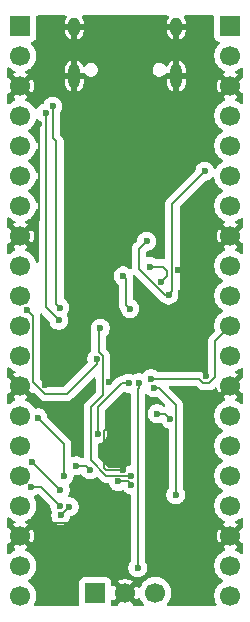
<source format=gbr>
%TF.GenerationSoftware,KiCad,Pcbnew,9.0.3*%
%TF.CreationDate,2025-12-07T00:49:16-08:00*%
%TF.ProjectId,pcb,7063622e-6b69-4636-9164-5f7063625858,rev?*%
%TF.SameCoordinates,Original*%
%TF.FileFunction,Copper,L2,Bot*%
%TF.FilePolarity,Positive*%
%FSLAX46Y46*%
G04 Gerber Fmt 4.6, Leading zero omitted, Abs format (unit mm)*
G04 Created by KiCad (PCBNEW 9.0.3) date 2025-12-07 00:49:16*
%MOMM*%
%LPD*%
G01*
G04 APERTURE LIST*
%TA.AperFunction,HeatsinkPad*%
%ADD10O,1.000000X2.100000*%
%TD*%
%TA.AperFunction,HeatsinkPad*%
%ADD11O,1.000000X1.600000*%
%TD*%
%TA.AperFunction,ComponentPad*%
%ADD12C,1.700000*%
%TD*%
%TA.AperFunction,ComponentPad*%
%ADD13R,1.700000X1.700000*%
%TD*%
%TA.AperFunction,ViaPad*%
%ADD14C,0.600000*%
%TD*%
%TA.AperFunction,Conductor*%
%ADD15C,0.200000*%
%TD*%
G04 APERTURE END LIST*
D10*
%TO.P,J1,S1,SHIELD*%
%TO.N,GND*%
X207465000Y-64915000D03*
D11*
X207465000Y-60735000D03*
D10*
X198825000Y-64915000D03*
D11*
X198825000Y-60735000D03*
%TD*%
D12*
%TO.P,J2,20,Pin_20*%
%TO.N,GPIO15*%
X194260000Y-108920000D03*
%TO.P,J2,19,Pin_19*%
%TO.N,GPIO14*%
X194260000Y-106380000D03*
%TO.P,J2,18,Pin_18*%
%TO.N,GND*%
X194260000Y-103840000D03*
%TO.P,J2,17,Pin_17*%
%TO.N,GPIO13*%
X194260000Y-101300000D03*
%TO.P,J2,16,Pin_16*%
%TO.N,GPIO12*%
X194260000Y-98760000D03*
%TO.P,J2,15,Pin_15*%
%TO.N,GPIO11*%
X194260000Y-96220000D03*
%TO.P,J2,14,Pin_14*%
%TO.N,GPIO10*%
X194260000Y-93680000D03*
%TO.P,J2,13,Pin_13*%
%TO.N,GND*%
X194260000Y-91140000D03*
%TO.P,J2,12,Pin_12*%
%TO.N,GPIO9*%
X194260000Y-88600000D03*
%TO.P,J2,11,Pin_11*%
%TO.N,GPIO8*%
X194260000Y-86060000D03*
%TO.P,J2,10,Pin_10*%
%TO.N,GPIO7*%
X194260000Y-83520000D03*
%TO.P,J2,9,Pin_9*%
%TO.N,GPIO6*%
X194260000Y-80980000D03*
%TO.P,J2,8,Pin_8*%
%TO.N,GND*%
X194260000Y-78440000D03*
%TO.P,J2,7,Pin_7*%
%TO.N,GPIO5*%
X194260000Y-75900000D03*
%TO.P,J2,6,Pin_6*%
%TO.N,GPIO4*%
X194260000Y-73360000D03*
%TO.P,J2,5,Pin_5*%
%TO.N,GPIO3*%
X194260000Y-70820000D03*
%TO.P,J2,4,Pin_4*%
%TO.N,GPIO2*%
X194260000Y-68280000D03*
%TO.P,J2,3,Pin_3*%
%TO.N,GND*%
X194260000Y-65740000D03*
%TO.P,J2,2,Pin_2*%
%TO.N,GPIO1*%
X194260000Y-63200000D03*
D13*
%TO.P,J2,1,Pin_1*%
%TO.N,GPIO0*%
X194260000Y-60660000D03*
%TD*%
D12*
%TO.P,J3,20,Pin_20*%
%TO.N,GPIO16*%
X212035000Y-108915000D03*
%TO.P,J3,19,Pin_19*%
%TO.N,GPIO17*%
X212035000Y-106375000D03*
%TO.P,J3,18,Pin_18*%
%TO.N,GND*%
X212035000Y-103835000D03*
%TO.P,J3,17,Pin_17*%
%TO.N,GPIO18*%
X212035000Y-101295000D03*
%TO.P,J3,16,Pin_16*%
%TO.N,GPIO19*%
X212035000Y-98755000D03*
%TO.P,J3,15,Pin_15*%
%TO.N,GPIO20*%
X212035000Y-96215000D03*
%TO.P,J3,14,Pin_14*%
%TO.N,GPIO21*%
X212035000Y-93675000D03*
%TO.P,J3,13,Pin_13*%
%TO.N,GND*%
X212035000Y-91135000D03*
%TO.P,J3,12,Pin_12*%
%TO.N,GPIO22*%
X212035000Y-88595000D03*
%TO.P,J3,11,Pin_11*%
%TO.N,RUN*%
X212035000Y-86055000D03*
%TO.P,J3,10,Pin_10*%
%TO.N,GPIO23*%
X212035000Y-83515000D03*
%TO.P,J3,9,Pin_9*%
%TO.N,GPIO24*%
X212035000Y-80975000D03*
%TO.P,J3,8,Pin_8*%
%TO.N,GND*%
X212035000Y-78435000D03*
%TO.P,J3,7,Pin_7*%
%TO.N,GPIO25*%
X212035000Y-75895000D03*
%TO.P,J3,6,Pin_6*%
%TO.N,GPIO26_ADC0*%
X212035000Y-73355000D03*
%TO.P,J3,5,Pin_5*%
%TO.N,+3V3*%
X212035000Y-70815000D03*
%TO.P,J3,4,Pin_4*%
%TO.N,GPIO27_ADC1*%
X212035000Y-68275000D03*
%TO.P,J3,3,Pin_3*%
%TO.N,GND*%
X212035000Y-65735000D03*
%TO.P,J3,2,Pin_2*%
%TO.N,GPIO28_ADC2*%
X212035000Y-63195000D03*
D13*
%TO.P,J3,1,Pin_1*%
%TO.N,VBUS*%
X212035000Y-60655000D03*
%TD*%
D12*
%TO.P,J4,3,Pin_3*%
%TO.N,SWD*%
X205684999Y-108675000D03*
%TO.P,J4,2,Pin_2*%
%TO.N,GND*%
X203145000Y-108675000D03*
D13*
%TO.P,J4,1,Pin_1*%
%TO.N,SWCLK*%
X200605000Y-108675000D03*
%TD*%
D14*
%TO.N,*%
X201737950Y-90785002D03*
X205145002Y-89050000D03*
X205145002Y-88010000D03*
X205111583Y-87024943D03*
X203930000Y-86680000D03*
X199140000Y-73170000D03*
X199020000Y-71430000D03*
X199060000Y-69450000D03*
X203430000Y-70050000D03*
X203960000Y-72300000D03*
X207640000Y-81350000D03*
X203380000Y-101450000D03*
X205930000Y-100660000D03*
%TO.N,GND*%
X196340000Y-91085000D03*
X198510000Y-85080000D03*
%TO.N,GPIO7*%
X200737950Y-88860000D03*
%TO.N,GPIO1*%
X197520000Y-85600147D03*
%TO.N,+3V3*%
X205851446Y-93508554D03*
X206927000Y-93940000D03*
X203630000Y-99500000D03*
X202521446Y-99240000D03*
%TO.N,GPIO10*%
X195740000Y-93850000D03*
X197960000Y-98790000D03*
X200178554Y-98250000D03*
X199010702Y-97922191D03*
%TO.N,GPIO11*%
X197670000Y-102120000D03*
X198410000Y-101380000D03*
%TO.N,GND*%
X199370000Y-102800000D03*
%TO.N,GPIO12*%
X195176446Y-99676446D03*
X197601000Y-101290000D03*
%TO.N,GPIO11*%
X195280000Y-97590000D03*
X197650000Y-99960000D03*
%TO.N,GND*%
X202930000Y-98240000D03*
X201660000Y-94750000D03*
X205710000Y-97670000D03*
%TO.N,+3V3*%
X202972365Y-81837635D03*
%TO.N,+1V1*%
X201037370Y-86283597D03*
X203600000Y-98740000D03*
%TO.N,GND*%
X195212000Y-77739265D03*
X202340000Y-94290000D03*
X195810000Y-68981473D03*
%TO.N,+3V3*%
X203545000Y-84617064D03*
X206809265Y-83459265D03*
%TO.N,GND*%
X207860000Y-83300000D03*
%TO.N,RUN*%
X205341412Y-90535982D03*
%TO.N,+3V3*%
X209869000Y-72980000D03*
%TO.N,GND*%
X196580000Y-89100000D03*
X210000000Y-90300000D03*
X203140000Y-88790000D03*
X203550000Y-79000000D03*
%TO.N,SWD*%
X204200000Y-106550000D03*
X204300000Y-90885002D03*
%TO.N,GPIO16*%
X207427000Y-100380000D03*
X205599111Y-91293343D03*
%TO.N,GND*%
X199340000Y-83400000D03*
%TO.N,SWCLK*%
X200840000Y-95190000D03*
%TO.N,GPIO0*%
X197620000Y-84535627D03*
%TO.N,SWCLK*%
X203420000Y-90920000D03*
%TO.N,GPIO0*%
X197010000Y-67493142D03*
%TO.N,GPIO7*%
X194811000Y-84760000D03*
%TO.N,GND*%
X201310000Y-79511000D03*
%TO.N,GPIO1*%
X196410000Y-68030000D03*
%TO.N,+3V3*%
X204950000Y-78900000D03*
%TO.N,GND*%
X198110000Y-66570000D03*
X202410000Y-68400000D03*
%TO.N,+1V1*%
X205209000Y-81043435D03*
X206209780Y-82321250D03*
%TO.N,GND*%
X199945000Y-85020000D03*
%TD*%
D15*
%TO.N,GND*%
X196580000Y-90845000D02*
X196580000Y-89100000D01*
X196340000Y-91085000D02*
X196580000Y-90845000D01*
%TO.N,GPIO7*%
X196370000Y-91840000D02*
X195311000Y-90781000D01*
X195311000Y-90781000D02*
X195311000Y-85260000D01*
X200737950Y-89292050D02*
X198190000Y-91840000D01*
X195311000Y-85260000D02*
X194811000Y-84760000D01*
X200737950Y-88860000D02*
X200737950Y-89292050D01*
X198190000Y-91840000D02*
X196370000Y-91840000D01*
%TO.N,GND*%
X198510000Y-86100000D02*
X198510000Y-85080000D01*
X196580000Y-88030000D02*
X198510000Y-86100000D01*
X196580000Y-89100000D02*
X196580000Y-88030000D01*
%TO.N,GPIO1*%
X197519853Y-85600147D02*
X196410000Y-84490294D01*
X197520000Y-85600147D02*
X197519853Y-85600147D01*
X196410000Y-84490294D02*
X196410000Y-68030000D01*
%TO.N,+3V3*%
X203370000Y-99240000D02*
X203630000Y-99500000D01*
X202521446Y-99240000D02*
X203370000Y-99240000D01*
X205851446Y-93508554D02*
X206495554Y-93508554D01*
X206495554Y-93508554D02*
X206927000Y-93940000D01*
%TO.N,GPIO16*%
X205962152Y-91293343D02*
X205599111Y-91293343D01*
X207427000Y-92758191D02*
X205962152Y-91293343D01*
X207427000Y-100380000D02*
X207427000Y-92758191D01*
%TO.N,GPIO10*%
X197960000Y-98790000D02*
X197960000Y-96070000D01*
X197960000Y-96070000D02*
X195740000Y-93850000D01*
X200178554Y-98250000D02*
X199850745Y-97922191D01*
X199850745Y-97922191D02*
X199010702Y-97922191D01*
%TO.N,+1V1*%
X200239000Y-92953900D02*
X200239000Y-97429000D01*
X200239000Y-97429000D02*
X201550000Y-98740000D01*
X201237950Y-91954950D02*
X200239000Y-92953900D01*
X201550000Y-98740000D02*
X203600000Y-98740000D01*
X201237950Y-88591768D02*
X201237950Y-91954950D01*
X200885893Y-86435073D02*
X200885893Y-88239711D01*
X200885893Y-88239711D02*
X201237950Y-88591768D01*
X201037370Y-86283597D02*
X200885893Y-86435073D01*
%TO.N,GPIO11*%
X198410000Y-101380000D02*
X197670000Y-102120000D01*
%TO.N,GND*%
X199370000Y-102800000D02*
X195300000Y-102800000D01*
X195300000Y-102800000D02*
X194260000Y-103840000D01*
%TO.N,GPIO11*%
X197650000Y-99960000D02*
X195280000Y-97590000D01*
%TO.N,GND*%
X202932656Y-98240000D02*
X202930000Y-98240000D01*
X201341000Y-95009000D02*
X201600000Y-94750000D01*
X201341000Y-98101000D02*
X201341000Y-95009000D01*
X201480000Y-98240000D02*
X201341000Y-98101000D01*
X202932656Y-98240000D02*
X201480000Y-98240000D01*
X201600000Y-94750000D02*
X201660000Y-94750000D01*
%TO.N,+3V3*%
X204310000Y-81270000D02*
X206499265Y-83459265D01*
X204310000Y-79540000D02*
X204310000Y-81270000D01*
X206499265Y-83459265D02*
X206809265Y-83459265D01*
X204950000Y-78900000D02*
X204310000Y-79540000D01*
X209869000Y-72980000D02*
X207140000Y-75709000D01*
%TO.N,GND*%
X195810000Y-77141265D02*
X195810000Y-68981473D01*
X195212000Y-77739265D02*
X195810000Y-77141265D01*
X200230000Y-84735000D02*
X200230000Y-84290000D01*
X200230000Y-84290000D02*
X199340000Y-83400000D01*
X199945000Y-85020000D02*
X200230000Y-84735000D01*
%TO.N,SWD*%
X204200000Y-91443182D02*
X204200000Y-106550000D01*
%TO.N,SWCLK*%
X200840000Y-92920000D02*
X200840000Y-95190000D01*
%TO.N,SWD*%
X204300248Y-91342934D02*
X204200000Y-91443182D01*
X204300248Y-90885250D02*
X204300248Y-91342934D01*
%TO.N,SWCLK*%
X202840000Y-90920000D02*
X200840000Y-92920000D01*
X203420000Y-90920000D02*
X202840000Y-90920000D01*
%TO.N,SWD*%
X204300000Y-90885002D02*
X204300248Y-90885250D01*
%TO.N,+3V3*%
X207140000Y-75709000D02*
X207140000Y-83128530D01*
X207140000Y-83128530D02*
X206809265Y-83459265D01*
%TO.N,RUN*%
X205341412Y-90535982D02*
X209386039Y-90535982D01*
X209386039Y-90535982D02*
X209751057Y-90901000D01*
X209751057Y-90901000D02*
X210248943Y-90901000D01*
X210720000Y-90429943D02*
X210720000Y-87370000D01*
X210248943Y-90901000D02*
X210720000Y-90429943D01*
X210720000Y-87370000D02*
X212035000Y-86055000D01*
%TO.N,GPIO0*%
X197320000Y-84235627D02*
X197620000Y-84535627D01*
X197010000Y-70147157D02*
X197320000Y-70457157D01*
X197010000Y-67493142D02*
X197010000Y-70147157D01*
X197320000Y-70457157D02*
X197320000Y-84235627D01*
%TO.N,+3V3*%
X202972365Y-81837635D02*
X203200000Y-82065270D01*
X203200000Y-82065270D02*
X203200000Y-84272065D01*
X203200000Y-84272065D02*
X203545000Y-84617064D01*
%TO.N,+1V1*%
X206670000Y-81861030D02*
X206209780Y-82321250D01*
X205209000Y-81043435D02*
X206323435Y-81043435D01*
X206323435Y-81043435D02*
X206670000Y-81390000D01*
X206670000Y-81390000D02*
X206670000Y-81861030D01*
%TO.N,GPIO12*%
X197600000Y-101290000D02*
X197601000Y-101290000D01*
X195986446Y-99676446D02*
X197600000Y-101290000D01*
X195176446Y-99676446D02*
X195986446Y-99676446D01*
%TD*%
%TA.AperFunction,Conductor*%
%TO.N,GND*%
G36*
X209115382Y-91145126D02*
G01*
X209145369Y-91151650D01*
X209150384Y-91155404D01*
X209152981Y-91156167D01*
X209173623Y-91172801D01*
X209266196Y-91265374D01*
X209266206Y-91265385D01*
X209270536Y-91269715D01*
X209270537Y-91269716D01*
X209382341Y-91381520D01*
X209382343Y-91381521D01*
X209382347Y-91381524D01*
X209495769Y-91447007D01*
X209519273Y-91460577D01*
X209603282Y-91483087D01*
X209671999Y-91501500D01*
X209672000Y-91501500D01*
X210162274Y-91501500D01*
X210162290Y-91501501D01*
X210169886Y-91501501D01*
X210327997Y-91501501D01*
X210328000Y-91501501D01*
X210480728Y-91460577D01*
X210533188Y-91430289D01*
X210617659Y-91381520D01*
X210703075Y-91296103D01*
X210709058Y-91291432D01*
X210734753Y-91281247D01*
X210759016Y-91267999D01*
X210766778Y-91268554D01*
X210774012Y-91265687D01*
X210801135Y-91271011D01*
X210828708Y-91272983D01*
X210834937Y-91277646D01*
X210842573Y-91279145D01*
X210862511Y-91298287D01*
X210884642Y-91314854D01*
X210887970Y-91322730D01*
X210892974Y-91327534D01*
X210896843Y-91343725D01*
X210907848Y-91369765D01*
X210913317Y-91404294D01*
X210969251Y-91576444D01*
X210969252Y-91576447D01*
X211051431Y-91737730D01*
X211062913Y-91753532D01*
X211062913Y-91753533D01*
X211552037Y-91264408D01*
X211569075Y-91327993D01*
X211634901Y-91442007D01*
X211727993Y-91535099D01*
X211842007Y-91600925D01*
X211905590Y-91617962D01*
X211416466Y-92107085D01*
X211416466Y-92107086D01*
X211432267Y-92118566D01*
X211432275Y-92118571D01*
X211563729Y-92185551D01*
X211614525Y-92233526D01*
X211631320Y-92301347D01*
X211608782Y-92367482D01*
X211554067Y-92410933D01*
X211545761Y-92413964D01*
X211535716Y-92417227D01*
X211516583Y-92423444D01*
X211327179Y-92519951D01*
X211155213Y-92644890D01*
X211004890Y-92795213D01*
X210879951Y-92967179D01*
X210783444Y-93156585D01*
X210717753Y-93358760D01*
X210684500Y-93568713D01*
X210684500Y-93781286D01*
X210717753Y-93991239D01*
X210783444Y-94193414D01*
X210879951Y-94382820D01*
X211004890Y-94554786D01*
X211155213Y-94705109D01*
X211327182Y-94830050D01*
X211335946Y-94834516D01*
X211386742Y-94882491D01*
X211403536Y-94950312D01*
X211380998Y-95016447D01*
X211335946Y-95055484D01*
X211327182Y-95059949D01*
X211155213Y-95184890D01*
X211004890Y-95335213D01*
X210879951Y-95507179D01*
X210783444Y-95696585D01*
X210783443Y-95696587D01*
X210783443Y-95696588D01*
X210781917Y-95701284D01*
X210717753Y-95898760D01*
X210684500Y-96108713D01*
X210684500Y-96321286D01*
X210717753Y-96531239D01*
X210783444Y-96733414D01*
X210879951Y-96922820D01*
X211004890Y-97094786D01*
X211155213Y-97245109D01*
X211327182Y-97370050D01*
X211335946Y-97374516D01*
X211386742Y-97422491D01*
X211403536Y-97490312D01*
X211380998Y-97556447D01*
X211335946Y-97595484D01*
X211327182Y-97599949D01*
X211155213Y-97724890D01*
X211004890Y-97875213D01*
X210879951Y-98047179D01*
X210783444Y-98236585D01*
X210717753Y-98438760D01*
X210684500Y-98648713D01*
X210684500Y-98861286D01*
X210714468Y-99050500D01*
X210717754Y-99071243D01*
X210766257Y-99220520D01*
X210783444Y-99273414D01*
X210879951Y-99462820D01*
X211004890Y-99634786D01*
X211155213Y-99785109D01*
X211327182Y-99910050D01*
X211335946Y-99914516D01*
X211386742Y-99962491D01*
X211403536Y-100030312D01*
X211380998Y-100096447D01*
X211335946Y-100135484D01*
X211327182Y-100139949D01*
X211155213Y-100264890D01*
X211004890Y-100415213D01*
X210879951Y-100587179D01*
X210783444Y-100776585D01*
X210717753Y-100978760D01*
X210690673Y-101149737D01*
X210684500Y-101188713D01*
X210684500Y-101401287D01*
X210717754Y-101611243D01*
X210766199Y-101760342D01*
X210783444Y-101813414D01*
X210879951Y-102002820D01*
X211004890Y-102174786D01*
X211155213Y-102325109D01*
X211327179Y-102450048D01*
X211327181Y-102450049D01*
X211327184Y-102450051D01*
X211516588Y-102546557D01*
X211545753Y-102556033D01*
X211603426Y-102595468D01*
X211630625Y-102659826D01*
X211618712Y-102728673D01*
X211571469Y-102780149D01*
X211563730Y-102784447D01*
X211432269Y-102851431D01*
X211416466Y-102862912D01*
X211416466Y-102862913D01*
X211905591Y-103352037D01*
X211842007Y-103369075D01*
X211727993Y-103434901D01*
X211634901Y-103527993D01*
X211569075Y-103642007D01*
X211552037Y-103705590D01*
X211062913Y-103216466D01*
X211062912Y-103216466D01*
X211051432Y-103232269D01*
X210969254Y-103393547D01*
X210969251Y-103393555D01*
X210913317Y-103565706D01*
X210885000Y-103744493D01*
X210885000Y-103925506D01*
X210913317Y-104104293D01*
X210969251Y-104276444D01*
X210969252Y-104276447D01*
X211051431Y-104437730D01*
X211062913Y-104453532D01*
X211062913Y-104453533D01*
X211552037Y-103964409D01*
X211569075Y-104027993D01*
X211634901Y-104142007D01*
X211727993Y-104235099D01*
X211842007Y-104300925D01*
X211905590Y-104317962D01*
X211416466Y-104807085D01*
X211416466Y-104807086D01*
X211432267Y-104818566D01*
X211432275Y-104818571D01*
X211563729Y-104885551D01*
X211614525Y-104933526D01*
X211631320Y-105001347D01*
X211608782Y-105067482D01*
X211554067Y-105110933D01*
X211545761Y-105113964D01*
X211535716Y-105117227D01*
X211516583Y-105123444D01*
X211327179Y-105219951D01*
X211155213Y-105344890D01*
X211004890Y-105495213D01*
X210879951Y-105667179D01*
X210783444Y-105856585D01*
X210717753Y-106058760D01*
X210684500Y-106268713D01*
X210684500Y-106481286D01*
X210707870Y-106628842D01*
X210717754Y-106691243D01*
X210747729Y-106783497D01*
X210783444Y-106893414D01*
X210879951Y-107082820D01*
X211004890Y-107254786D01*
X211155213Y-107405109D01*
X211327182Y-107530050D01*
X211335946Y-107534516D01*
X211386742Y-107582491D01*
X211403536Y-107650312D01*
X211380998Y-107716447D01*
X211335946Y-107755484D01*
X211327182Y-107759949D01*
X211155213Y-107884890D01*
X211004890Y-108035213D01*
X210879951Y-108207179D01*
X210783444Y-108396585D01*
X210717753Y-108598760D01*
X210684500Y-108808713D01*
X210684500Y-109021286D01*
X210711762Y-109193416D01*
X210717754Y-109231243D01*
X210767003Y-109382816D01*
X210783444Y-109433414D01*
X210870466Y-109604205D01*
X210883362Y-109672875D01*
X210857086Y-109737615D01*
X210799979Y-109777872D01*
X210759981Y-109784500D01*
X206784757Y-109784500D01*
X206717718Y-109764815D01*
X206671963Y-109712011D01*
X206662019Y-109642853D01*
X206691044Y-109579297D01*
X206697076Y-109572819D01*
X206715103Y-109554792D01*
X206715105Y-109554788D01*
X206715108Y-109554786D01*
X206840047Y-109382820D01*
X206840046Y-109382820D01*
X206840050Y-109382816D01*
X206936556Y-109193412D01*
X207002245Y-108991243D01*
X207035499Y-108781287D01*
X207035499Y-108568713D01*
X207002245Y-108358757D01*
X206936556Y-108156588D01*
X206840050Y-107967184D01*
X206840048Y-107967181D01*
X206840047Y-107967179D01*
X206715108Y-107795213D01*
X206564785Y-107644890D01*
X206392819Y-107519951D01*
X206203413Y-107423444D01*
X206203412Y-107423443D01*
X206203411Y-107423443D01*
X206001242Y-107357754D01*
X206001240Y-107357753D01*
X206001239Y-107357753D01*
X205839956Y-107332208D01*
X205791286Y-107324500D01*
X205578712Y-107324500D01*
X205530041Y-107332208D01*
X205368759Y-107357753D01*
X205166584Y-107423444D01*
X204977178Y-107519951D01*
X204805212Y-107644890D01*
X204654889Y-107795213D01*
X204529950Y-107967179D01*
X204433441Y-108156587D01*
X204423965Y-108185753D01*
X204384527Y-108243428D01*
X204320168Y-108270625D01*
X204251322Y-108258709D01*
X204199847Y-108211464D01*
X204195550Y-108203728D01*
X204128571Y-108072275D01*
X204128566Y-108072267D01*
X204117085Y-108056466D01*
X203627962Y-108545589D01*
X203610925Y-108482007D01*
X203545099Y-108367993D01*
X203452007Y-108274901D01*
X203337993Y-108209075D01*
X203274409Y-108192037D01*
X203763533Y-107702913D01*
X203747730Y-107691431D01*
X203586447Y-107609252D01*
X203586444Y-107609251D01*
X203414293Y-107553317D01*
X203235506Y-107525000D01*
X203054494Y-107525000D01*
X202875706Y-107553317D01*
X202703555Y-107609251D01*
X202703547Y-107609254D01*
X202542269Y-107691432D01*
X202526466Y-107702912D01*
X202526466Y-107702913D01*
X203015591Y-108192037D01*
X202952007Y-108209075D01*
X202837993Y-108274901D01*
X202744901Y-108367993D01*
X202679075Y-108482007D01*
X202662037Y-108545590D01*
X202172913Y-108056466D01*
X202166875Y-108056941D01*
X202155304Y-108065864D01*
X202132108Y-108086364D01*
X202127878Y-108087014D01*
X202124490Y-108089627D01*
X202093646Y-108092277D01*
X202063049Y-108096981D01*
X202059140Y-108095241D01*
X202054877Y-108095608D01*
X202027498Y-108081162D01*
X201999214Y-108068577D01*
X201996865Y-108064999D01*
X201993081Y-108063003D01*
X201977856Y-108036046D01*
X201960868Y-108010170D01*
X201960018Y-108004462D01*
X201958722Y-108002166D01*
X201955505Y-107975286D01*
X201955499Y-107974682D01*
X201955499Y-107777128D01*
X201949091Y-107717517D01*
X201947224Y-107712512D01*
X201898797Y-107582671D01*
X201898793Y-107582664D01*
X201812547Y-107467455D01*
X201812544Y-107467452D01*
X201697335Y-107381206D01*
X201697328Y-107381202D01*
X201562482Y-107330908D01*
X201562483Y-107330908D01*
X201502883Y-107324501D01*
X201502881Y-107324500D01*
X201502873Y-107324500D01*
X201502864Y-107324500D01*
X199707129Y-107324500D01*
X199707123Y-107324501D01*
X199647516Y-107330908D01*
X199512671Y-107381202D01*
X199512664Y-107381206D01*
X199397455Y-107467452D01*
X199397452Y-107467455D01*
X199311206Y-107582664D01*
X199311202Y-107582671D01*
X199260908Y-107717517D01*
X199254501Y-107777116D01*
X199254500Y-107777135D01*
X199254500Y-109572870D01*
X199254501Y-109572876D01*
X199261738Y-109640196D01*
X199260342Y-109640345D01*
X199257050Y-109701756D01*
X199216182Y-109758427D01*
X199151163Y-109784007D01*
X199140114Y-109784500D01*
X195537566Y-109784500D01*
X195470527Y-109764815D01*
X195424772Y-109712011D01*
X195414828Y-109642853D01*
X195427081Y-109604205D01*
X195511557Y-109438412D01*
X195577246Y-109236243D01*
X195610500Y-109026287D01*
X195610500Y-108813713D01*
X195577246Y-108603757D01*
X195511557Y-108401588D01*
X195415051Y-108212184D01*
X195415049Y-108212181D01*
X195415048Y-108212179D01*
X195290109Y-108040213D01*
X195139786Y-107889890D01*
X194967820Y-107764951D01*
X194967115Y-107764591D01*
X194959054Y-107760485D01*
X194908259Y-107712512D01*
X194891463Y-107644692D01*
X194913999Y-107578556D01*
X194959054Y-107539515D01*
X194967816Y-107535051D01*
X195060859Y-107467452D01*
X195139786Y-107410109D01*
X195139788Y-107410106D01*
X195139792Y-107410104D01*
X195290104Y-107259792D01*
X195290106Y-107259788D01*
X195290109Y-107259786D01*
X195415048Y-107087820D01*
X195415047Y-107087820D01*
X195415051Y-107087816D01*
X195511557Y-106898412D01*
X195577246Y-106696243D01*
X195610500Y-106486287D01*
X195610500Y-106273713D01*
X195577246Y-106063757D01*
X195511557Y-105861588D01*
X195415051Y-105672184D01*
X195415049Y-105672181D01*
X195415048Y-105672179D01*
X195290109Y-105500213D01*
X195139786Y-105349890D01*
X194967820Y-105224951D01*
X194778414Y-105128444D01*
X194778413Y-105128443D01*
X194778412Y-105128443D01*
X194749246Y-105118966D01*
X194691571Y-105079529D01*
X194664373Y-105015171D01*
X194676288Y-104946324D01*
X194723532Y-104894849D01*
X194731270Y-104890551D01*
X194862732Y-104823566D01*
X194878532Y-104812085D01*
X194878533Y-104812085D01*
X194389410Y-104322962D01*
X194452993Y-104305925D01*
X194567007Y-104240099D01*
X194660099Y-104147007D01*
X194725925Y-104032993D01*
X194742962Y-103969410D01*
X195232085Y-104458533D01*
X195232085Y-104458532D01*
X195243568Y-104442730D01*
X195325745Y-104281452D01*
X195325748Y-104281444D01*
X195381682Y-104109293D01*
X195410000Y-103930506D01*
X195410000Y-103749493D01*
X195381682Y-103570706D01*
X195325748Y-103398555D01*
X195325747Y-103398552D01*
X195243571Y-103237275D01*
X195243566Y-103237267D01*
X195232085Y-103221466D01*
X194742962Y-103710589D01*
X194725925Y-103647007D01*
X194660099Y-103532993D01*
X194567007Y-103439901D01*
X194452993Y-103374075D01*
X194389409Y-103357037D01*
X194878533Y-102867913D01*
X194862727Y-102856429D01*
X194731269Y-102789447D01*
X194680474Y-102741473D01*
X194663679Y-102673651D01*
X194686217Y-102607517D01*
X194740932Y-102564066D01*
X194749216Y-102561043D01*
X194778412Y-102551557D01*
X194967816Y-102455051D01*
X195050803Y-102394758D01*
X195139786Y-102330109D01*
X195139788Y-102330106D01*
X195139792Y-102330104D01*
X195290104Y-102179792D01*
X195290106Y-102179788D01*
X195290109Y-102179786D01*
X195415048Y-102007820D01*
X195415047Y-102007820D01*
X195415051Y-102007816D01*
X195511557Y-101818412D01*
X195577246Y-101616243D01*
X195610500Y-101406287D01*
X195610500Y-101193713D01*
X195577246Y-100983757D01*
X195511557Y-100781588D01*
X195415051Y-100592184D01*
X195413633Y-100589401D01*
X195412306Y-100582335D01*
X195407991Y-100576586D01*
X195405943Y-100548456D01*
X195400737Y-100520732D01*
X195403440Y-100514070D01*
X195402919Y-100506901D01*
X195416403Y-100482131D01*
X195427013Y-100455991D01*
X195433704Y-100450350D01*
X195436326Y-100445536D01*
X195451319Y-100435503D01*
X195464554Y-100424349D01*
X195470446Y-100421121D01*
X195555625Y-100385840D01*
X195649976Y-100322796D01*
X195654768Y-100320172D01*
X195683777Y-100313822D01*
X195712118Y-100304949D01*
X195717534Y-100306434D01*
X195723022Y-100305234D01*
X195750859Y-100315576D01*
X195779498Y-100323433D01*
X195786131Y-100328681D01*
X195788517Y-100329568D01*
X195790367Y-100332033D01*
X195802013Y-100341248D01*
X196766674Y-101305909D01*
X196800159Y-101367232D01*
X196800610Y-101369398D01*
X196831261Y-101523491D01*
X196831264Y-101523501D01*
X196891604Y-101669176D01*
X196915696Y-101705232D01*
X196936574Y-101771909D01*
X196927156Y-101821574D01*
X196900263Y-101886502D01*
X196900261Y-101886505D01*
X196869500Y-102041153D01*
X196869500Y-102198846D01*
X196900261Y-102353489D01*
X196900264Y-102353501D01*
X196960602Y-102499172D01*
X196960609Y-102499185D01*
X197048210Y-102630288D01*
X197048213Y-102630292D01*
X197159707Y-102741786D01*
X197159711Y-102741789D01*
X197290814Y-102829390D01*
X197290827Y-102829397D01*
X197436498Y-102889735D01*
X197436503Y-102889737D01*
X197591153Y-102920499D01*
X197591156Y-102920500D01*
X197591158Y-102920500D01*
X197748844Y-102920500D01*
X197748845Y-102920499D01*
X197903497Y-102889737D01*
X198049179Y-102829394D01*
X198180289Y-102741789D01*
X198291789Y-102630289D01*
X198379394Y-102499179D01*
X198439737Y-102353497D01*
X198457379Y-102264804D01*
X198489763Y-102202894D01*
X198550479Y-102168320D01*
X198554805Y-102167379D01*
X198643497Y-102149737D01*
X198789179Y-102089394D01*
X198920289Y-102001789D01*
X199031789Y-101890289D01*
X199119394Y-101759179D01*
X199179737Y-101613497D01*
X199210500Y-101458842D01*
X199210500Y-101301158D01*
X199210500Y-101301155D01*
X199210499Y-101301153D01*
X199179737Y-101146503D01*
X199119794Y-101001786D01*
X199119397Y-101000827D01*
X199119390Y-101000814D01*
X199031789Y-100869711D01*
X199031786Y-100869707D01*
X198920292Y-100758213D01*
X198920288Y-100758210D01*
X198789185Y-100670609D01*
X198789172Y-100670602D01*
X198643501Y-100610264D01*
X198643489Y-100610261D01*
X198488845Y-100579500D01*
X198488842Y-100579500D01*
X198430805Y-100579500D01*
X198363766Y-100559815D01*
X198318011Y-100507011D01*
X198308067Y-100437853D01*
X198327703Y-100386609D01*
X198359390Y-100339185D01*
X198359390Y-100339184D01*
X198359394Y-100339179D01*
X198419737Y-100193497D01*
X198450500Y-100038842D01*
X198450500Y-99881158D01*
X198450500Y-99881155D01*
X198450499Y-99881153D01*
X198432388Y-99790104D01*
X198419737Y-99726503D01*
X198367537Y-99600481D01*
X198360069Y-99531014D01*
X198391344Y-99468535D01*
X198413205Y-99449931D01*
X198470289Y-99411789D01*
X198581789Y-99300289D01*
X198669394Y-99169179D01*
X198729737Y-99023497D01*
X198760500Y-98868842D01*
X198760500Y-98839700D01*
X198780185Y-98772661D01*
X198832989Y-98726906D01*
X198902147Y-98716962D01*
X198908692Y-98718083D01*
X198931857Y-98722691D01*
X198931860Y-98722691D01*
X199089546Y-98722691D01*
X199089547Y-98722690D01*
X199244199Y-98691928D01*
X199348530Y-98648713D01*
X199359216Y-98644287D01*
X199428685Y-98636818D01*
X199491164Y-98668093D01*
X199509770Y-98689957D01*
X199556764Y-98760288D01*
X199556767Y-98760292D01*
X199668261Y-98871786D01*
X199668265Y-98871789D01*
X199799368Y-98959390D01*
X199799381Y-98959397D01*
X199945052Y-99019735D01*
X199945057Y-99019737D01*
X200099707Y-99050499D01*
X200099710Y-99050500D01*
X200099712Y-99050500D01*
X200257398Y-99050500D01*
X200257399Y-99050499D01*
X200412051Y-99019737D01*
X200557733Y-98959394D01*
X200688843Y-98871789D01*
X200688848Y-98871783D01*
X200690376Y-98870763D01*
X200757054Y-98849885D01*
X200824434Y-98868369D01*
X200846949Y-98886184D01*
X201065139Y-99104374D01*
X201065149Y-99104385D01*
X201069479Y-99108715D01*
X201069480Y-99108716D01*
X201181284Y-99220520D01*
X201252744Y-99261777D01*
X201318215Y-99299577D01*
X201470943Y-99340501D01*
X201470946Y-99340501D01*
X201623490Y-99340501D01*
X201690529Y-99360186D01*
X201736284Y-99412990D01*
X201745107Y-99440309D01*
X201751707Y-99473491D01*
X201751710Y-99473501D01*
X201812048Y-99619172D01*
X201812055Y-99619185D01*
X201899656Y-99750288D01*
X201899659Y-99750292D01*
X202011153Y-99861786D01*
X202011157Y-99861789D01*
X202142260Y-99949390D01*
X202142273Y-99949397D01*
X202266438Y-100000827D01*
X202287949Y-100009737D01*
X202434269Y-100038842D01*
X202442599Y-100040499D01*
X202442602Y-100040500D01*
X202442604Y-100040500D01*
X202600290Y-100040500D01*
X202600291Y-100040499D01*
X202754943Y-100009737D01*
X202859004Y-99966633D01*
X202928471Y-99959165D01*
X202990951Y-99990440D01*
X203004045Y-100005828D01*
X203004347Y-100005581D01*
X203008213Y-100010292D01*
X203119707Y-100121786D01*
X203119711Y-100121789D01*
X203250814Y-100209390D01*
X203250827Y-100209397D01*
X203396498Y-100269735D01*
X203396503Y-100269737D01*
X203432745Y-100276946D01*
X203499691Y-100290263D01*
X203561602Y-100322648D01*
X203596176Y-100383364D01*
X203599500Y-100411880D01*
X203599500Y-105970234D01*
X203579815Y-106037273D01*
X203578602Y-106039125D01*
X203490609Y-106170814D01*
X203490602Y-106170827D01*
X203430264Y-106316498D01*
X203430261Y-106316510D01*
X203399500Y-106471153D01*
X203399500Y-106628846D01*
X203430261Y-106783489D01*
X203430264Y-106783501D01*
X203490602Y-106929172D01*
X203490609Y-106929185D01*
X203578210Y-107060288D01*
X203578213Y-107060292D01*
X203689707Y-107171786D01*
X203689711Y-107171789D01*
X203820814Y-107259390D01*
X203820827Y-107259397D01*
X203966498Y-107319735D01*
X203966503Y-107319737D01*
X204121153Y-107350499D01*
X204121156Y-107350500D01*
X204121158Y-107350500D01*
X204278844Y-107350500D01*
X204278845Y-107350499D01*
X204433497Y-107319737D01*
X204579179Y-107259394D01*
X204710289Y-107171789D01*
X204821789Y-107060289D01*
X204909394Y-106929179D01*
X204969737Y-106783497D01*
X205000500Y-106628842D01*
X205000500Y-106471158D01*
X205000500Y-106471155D01*
X205000499Y-106471153D01*
X204969738Y-106316510D01*
X204969737Y-106316503D01*
X204949942Y-106268713D01*
X204909397Y-106170827D01*
X204909390Y-106170814D01*
X204821398Y-106039125D01*
X204800520Y-105972447D01*
X204800500Y-105970234D01*
X204800500Y-91926173D01*
X204820185Y-91859134D01*
X204872989Y-91813379D01*
X204942147Y-91803435D01*
X205005703Y-91832460D01*
X205012181Y-91838492D01*
X205088818Y-91915129D01*
X205088822Y-91915132D01*
X205219925Y-92002733D01*
X205219938Y-92002740D01*
X205365609Y-92063078D01*
X205365614Y-92063080D01*
X205520264Y-92093842D01*
X205520267Y-92093843D01*
X205520269Y-92093843D01*
X205677954Y-92093843D01*
X205713879Y-92086696D01*
X205809345Y-92067707D01*
X205878935Y-92073934D01*
X205921217Y-92101643D01*
X206510015Y-92690441D01*
X206543500Y-92751764D01*
X206538516Y-92821456D01*
X206496644Y-92877389D01*
X206431180Y-92901806D01*
X206362907Y-92886954D01*
X206353443Y-92881224D01*
X206230631Y-92799163D01*
X206230618Y-92799156D01*
X206084947Y-92738818D01*
X206084935Y-92738815D01*
X205930291Y-92708054D01*
X205930288Y-92708054D01*
X205772604Y-92708054D01*
X205772601Y-92708054D01*
X205617956Y-92738815D01*
X205617944Y-92738818D01*
X205472273Y-92799156D01*
X205472260Y-92799163D01*
X205341157Y-92886764D01*
X205341153Y-92886767D01*
X205229659Y-92998261D01*
X205229656Y-92998265D01*
X205142055Y-93129368D01*
X205142048Y-93129381D01*
X205081710Y-93275052D01*
X205081707Y-93275064D01*
X205050946Y-93429707D01*
X205050946Y-93587400D01*
X205081707Y-93742043D01*
X205081710Y-93742055D01*
X205142048Y-93887726D01*
X205142055Y-93887739D01*
X205229656Y-94018842D01*
X205229659Y-94018846D01*
X205341153Y-94130340D01*
X205341157Y-94130343D01*
X205472260Y-94217944D01*
X205472273Y-94217951D01*
X205615081Y-94277103D01*
X205617949Y-94278291D01*
X205772599Y-94309053D01*
X205772602Y-94309054D01*
X205772604Y-94309054D01*
X205930290Y-94309054D01*
X205930291Y-94309053D01*
X205976277Y-94299906D01*
X206090918Y-94277103D01*
X206091168Y-94278361D01*
X206154374Y-94277787D01*
X206213493Y-94315026D01*
X206223624Y-94328186D01*
X206305210Y-94450288D01*
X206305213Y-94450292D01*
X206416707Y-94561786D01*
X206416711Y-94561789D01*
X206547814Y-94649390D01*
X206547827Y-94649397D01*
X206621013Y-94679711D01*
X206693503Y-94709737D01*
X206726691Y-94716338D01*
X206788600Y-94748721D01*
X206823176Y-94809436D01*
X206826500Y-94837955D01*
X206826500Y-99800234D01*
X206806815Y-99867273D01*
X206805602Y-99869125D01*
X206717609Y-100000814D01*
X206717602Y-100000827D01*
X206657264Y-100146498D01*
X206657261Y-100146510D01*
X206626500Y-100301153D01*
X206626500Y-100458846D01*
X206657261Y-100613489D01*
X206657264Y-100613501D01*
X206717602Y-100759172D01*
X206717609Y-100759185D01*
X206805210Y-100890288D01*
X206805213Y-100890292D01*
X206916707Y-101001786D01*
X206916711Y-101001789D01*
X207047814Y-101089390D01*
X207047827Y-101089397D01*
X207185683Y-101146498D01*
X207193503Y-101149737D01*
X207348153Y-101180499D01*
X207348156Y-101180500D01*
X207348158Y-101180500D01*
X207505844Y-101180500D01*
X207505845Y-101180499D01*
X207660497Y-101149737D01*
X207806179Y-101089394D01*
X207937289Y-101001789D01*
X208048789Y-100890289D01*
X208136394Y-100759179D01*
X208196737Y-100613497D01*
X208227500Y-100458842D01*
X208227500Y-100301158D01*
X208227500Y-100301155D01*
X208227499Y-100301153D01*
X208222684Y-100276946D01*
X208196737Y-100146503D01*
X208186499Y-100121786D01*
X208136397Y-100000827D01*
X208136390Y-100000814D01*
X208048398Y-99869125D01*
X208027520Y-99802447D01*
X208027500Y-99800234D01*
X208027500Y-92847250D01*
X208027501Y-92847237D01*
X208027501Y-92679136D01*
X208027501Y-92679134D01*
X207986577Y-92526406D01*
X207955962Y-92473380D01*
X207907520Y-92389475D01*
X207795716Y-92277671D01*
X207795715Y-92277670D01*
X207791385Y-92273340D01*
X207791374Y-92273330D01*
X206866207Y-91348163D01*
X206832722Y-91286840D01*
X206837706Y-91217148D01*
X206879578Y-91161215D01*
X206945042Y-91136798D01*
X206953888Y-91136482D01*
X209085942Y-91136482D01*
X209115382Y-91145126D01*
G37*
%TD.AperFunction*%
%TA.AperFunction,Conductor*%
G36*
X202679075Y-108867993D02*
G01*
X202744901Y-108982007D01*
X202837993Y-109075099D01*
X202952007Y-109140925D01*
X203015590Y-109157962D01*
X202526466Y-109647085D01*
X202526757Y-109650771D01*
X202512393Y-109719149D01*
X202463341Y-109768905D01*
X202403139Y-109784500D01*
X202069886Y-109784500D01*
X202002847Y-109764815D01*
X201957092Y-109712011D01*
X201947148Y-109642853D01*
X201949060Y-109632765D01*
X201949090Y-109632485D01*
X201949091Y-109632483D01*
X201955500Y-109572873D01*
X201955499Y-109375919D01*
X201975183Y-109308883D01*
X202027987Y-109263128D01*
X202097145Y-109253184D01*
X202160701Y-109282209D01*
X202170953Y-109293378D01*
X202172913Y-109293533D01*
X202662037Y-108804409D01*
X202679075Y-108867993D01*
G37*
%TD.AperFunction*%
%TA.AperFunction,Conductor*%
G36*
X204117085Y-109293532D02*
G01*
X204128566Y-109277732D01*
X204195550Y-109146271D01*
X204243525Y-109095475D01*
X204311346Y-109078680D01*
X204377481Y-109101218D01*
X204420932Y-109155933D01*
X204423966Y-109164247D01*
X204433443Y-109193416D01*
X204529950Y-109382820D01*
X204654889Y-109554786D01*
X204672922Y-109572819D01*
X204706407Y-109634142D01*
X204701423Y-109703834D01*
X204659551Y-109759767D01*
X204594087Y-109784184D01*
X204585241Y-109784500D01*
X203886861Y-109784500D01*
X203819822Y-109764815D01*
X203774067Y-109712011D01*
X203763243Y-109650774D01*
X203763533Y-109647085D01*
X203274410Y-109157962D01*
X203337993Y-109140925D01*
X203452007Y-109075099D01*
X203545099Y-108982007D01*
X203610925Y-108867993D01*
X203627962Y-108804409D01*
X204117085Y-109293532D01*
G37*
%TD.AperFunction*%
%TA.AperFunction,Conductor*%
G36*
X193794075Y-104032993D02*
G01*
X193859901Y-104147007D01*
X193952993Y-104240099D01*
X194067007Y-104305925D01*
X194130590Y-104322962D01*
X193641466Y-104812085D01*
X193641466Y-104812086D01*
X193657267Y-104823566D01*
X193657275Y-104823571D01*
X193788729Y-104890551D01*
X193839525Y-104938526D01*
X193856320Y-105006347D01*
X193833782Y-105072482D01*
X193779067Y-105115933D01*
X193770761Y-105118964D01*
X193760716Y-105122227D01*
X193741583Y-105128444D01*
X193552179Y-105224951D01*
X193380213Y-105349890D01*
X193380209Y-105349894D01*
X193357181Y-105372923D01*
X193295858Y-105406408D01*
X193226166Y-105401424D01*
X193170233Y-105359552D01*
X193145816Y-105294088D01*
X193145500Y-105285242D01*
X193145500Y-104581467D01*
X193165185Y-104514428D01*
X193217989Y-104468673D01*
X193279230Y-104457849D01*
X193287914Y-104458532D01*
X193777037Y-103969409D01*
X193794075Y-104032993D01*
G37*
%TD.AperFunction*%
%TA.AperFunction,Conductor*%
G36*
X213007084Y-104453532D02*
G01*
X213010772Y-104453242D01*
X213079149Y-104467606D01*
X213128905Y-104516658D01*
X213144500Y-104576860D01*
X213144500Y-105275242D01*
X213124815Y-105342281D01*
X213072011Y-105388036D01*
X213002853Y-105397980D01*
X212939297Y-105368955D01*
X212932819Y-105362923D01*
X212914786Y-105344890D01*
X212742820Y-105219951D01*
X212553414Y-105123444D01*
X212553413Y-105123443D01*
X212553412Y-105123443D01*
X212524246Y-105113966D01*
X212466571Y-105074529D01*
X212439373Y-105010171D01*
X212451288Y-104941324D01*
X212498532Y-104889849D01*
X212506270Y-104885551D01*
X212637732Y-104818566D01*
X212653532Y-104807085D01*
X212653533Y-104807085D01*
X212164410Y-104317962D01*
X212227993Y-104300925D01*
X212342007Y-104235099D01*
X212435099Y-104142007D01*
X212500925Y-104027993D01*
X212517962Y-103964409D01*
X213007084Y-104453532D01*
G37*
%TD.AperFunction*%
%TA.AperFunction,Conductor*%
G36*
X193350703Y-102301045D02*
G01*
X193357181Y-102307077D01*
X193380213Y-102330109D01*
X193552179Y-102455048D01*
X193552181Y-102455049D01*
X193552184Y-102455051D01*
X193741588Y-102551557D01*
X193770753Y-102561033D01*
X193828426Y-102600468D01*
X193855625Y-102664826D01*
X193843712Y-102733673D01*
X193796469Y-102785149D01*
X193788730Y-102789447D01*
X193657269Y-102856431D01*
X193641466Y-102867912D01*
X193641466Y-102867913D01*
X194130591Y-103357037D01*
X194067007Y-103374075D01*
X193952993Y-103439901D01*
X193859901Y-103532993D01*
X193794075Y-103647007D01*
X193777037Y-103710590D01*
X193287912Y-103221465D01*
X193279228Y-103222149D01*
X193210851Y-103207784D01*
X193161094Y-103158733D01*
X193145500Y-103098531D01*
X193145500Y-102394758D01*
X193165185Y-102327719D01*
X193217989Y-102281964D01*
X193287147Y-102272020D01*
X193350703Y-102301045D01*
G37*
%TD.AperFunction*%
%TA.AperFunction,Conductor*%
G36*
X213063834Y-102278576D02*
G01*
X213119767Y-102320448D01*
X213144184Y-102385912D01*
X213144500Y-102394758D01*
X213144500Y-103093138D01*
X213124815Y-103160177D01*
X213072011Y-103205932D01*
X213010773Y-103216756D01*
X213007086Y-103216465D01*
X212517962Y-103705589D01*
X212500925Y-103642007D01*
X212435099Y-103527993D01*
X212342007Y-103434901D01*
X212227993Y-103369075D01*
X212164409Y-103352037D01*
X212653533Y-102862913D01*
X212637727Y-102851429D01*
X212506269Y-102784447D01*
X212455474Y-102736473D01*
X212438679Y-102668651D01*
X212461217Y-102602517D01*
X212515932Y-102559066D01*
X212524216Y-102556043D01*
X212553412Y-102546557D01*
X212742816Y-102450051D01*
X212818921Y-102394758D01*
X212914786Y-102325109D01*
X212914788Y-102325106D01*
X212914792Y-102325104D01*
X212932819Y-102307077D01*
X212994142Y-102273592D01*
X213063834Y-102278576D01*
G37*
%TD.AperFunction*%
%TA.AperFunction,Conductor*%
G36*
X203067027Y-91641396D02*
G01*
X203070129Y-91641618D01*
X203074208Y-91643223D01*
X203186503Y-91689737D01*
X203304997Y-91713307D01*
X203341153Y-91720499D01*
X203341156Y-91720500D01*
X203475500Y-91720500D01*
X203542539Y-91740185D01*
X203588294Y-91792989D01*
X203599500Y-91844500D01*
X203599500Y-97822152D01*
X203579815Y-97889191D01*
X203527011Y-97934946D01*
X203499692Y-97943769D01*
X203366508Y-97970261D01*
X203366498Y-97970264D01*
X203220827Y-98030602D01*
X203220814Y-98030609D01*
X203089125Y-98118602D01*
X203022447Y-98139480D01*
X203020234Y-98139500D01*
X201850097Y-98139500D01*
X201783058Y-98119815D01*
X201762416Y-98103181D01*
X200875819Y-97216584D01*
X200842334Y-97155261D01*
X200839500Y-97128903D01*
X200839500Y-96108046D01*
X200859185Y-96041007D01*
X200911989Y-95995252D01*
X200939309Y-95986429D01*
X200968848Y-95980552D01*
X201073497Y-95959737D01*
X201186166Y-95913067D01*
X201219172Y-95899397D01*
X201219172Y-95899396D01*
X201219179Y-95899394D01*
X201350289Y-95811789D01*
X201461789Y-95700289D01*
X201549394Y-95569179D01*
X201609737Y-95423497D01*
X201640500Y-95268842D01*
X201640500Y-95111158D01*
X201640500Y-95111155D01*
X201640499Y-95111153D01*
X201622655Y-95021447D01*
X201609737Y-94956503D01*
X201581152Y-94887491D01*
X201549397Y-94810827D01*
X201549390Y-94810814D01*
X201461398Y-94679125D01*
X201440520Y-94612447D01*
X201440500Y-94610234D01*
X201440500Y-93220096D01*
X201460185Y-93153057D01*
X201476814Y-93132420D01*
X202939116Y-91670117D01*
X202956658Y-91660538D01*
X202971291Y-91646916D01*
X202986697Y-91644136D01*
X203000437Y-91636634D01*
X203020378Y-91638060D01*
X203040050Y-91634511D01*
X203067027Y-91641396D01*
G37*
%TD.AperFunction*%
%TA.AperFunction,Conductor*%
G36*
X200556784Y-90424964D02*
G01*
X200612717Y-90466836D01*
X200637134Y-90532300D01*
X200637450Y-90541146D01*
X200637450Y-91654852D01*
X200617765Y-91721891D01*
X200601131Y-91742533D01*
X199758481Y-92585182D01*
X199758479Y-92585185D01*
X199724007Y-92644894D01*
X199724006Y-92644896D01*
X199679423Y-92722114D01*
X199674947Y-92738818D01*
X199638499Y-92874843D01*
X199638499Y-92874845D01*
X199638499Y-93042946D01*
X199638500Y-93042959D01*
X199638500Y-97146930D01*
X199618815Y-97213969D01*
X199566011Y-97259724D01*
X199496853Y-97269668D01*
X199445610Y-97250033D01*
X199389885Y-97212799D01*
X199389874Y-97212793D01*
X199244203Y-97152455D01*
X199244191Y-97152452D01*
X199089547Y-97121691D01*
X199089544Y-97121691D01*
X198931860Y-97121691D01*
X198931857Y-97121691D01*
X198777212Y-97152452D01*
X198777201Y-97152455D01*
X198731950Y-97171198D01*
X198662481Y-97178665D01*
X198600002Y-97147389D01*
X198564351Y-97087300D01*
X198560500Y-97056636D01*
X198560500Y-95990945D01*
X198560500Y-95990943D01*
X198519577Y-95838216D01*
X198519577Y-95838215D01*
X198478152Y-95766465D01*
X198440520Y-95701284D01*
X198328716Y-95589480D01*
X198328715Y-95589479D01*
X198324385Y-95585149D01*
X198324374Y-95585139D01*
X196574574Y-93835339D01*
X196541089Y-93774016D01*
X196540638Y-93771849D01*
X196509738Y-93616510D01*
X196509737Y-93616503D01*
X196489942Y-93568713D01*
X196449397Y-93470827D01*
X196449390Y-93470814D01*
X196361789Y-93339711D01*
X196361786Y-93339707D01*
X196250292Y-93228213D01*
X196250288Y-93228210D01*
X196119185Y-93140609D01*
X196119172Y-93140602D01*
X195973501Y-93080264D01*
X195973489Y-93080261D01*
X195818845Y-93049500D01*
X195818842Y-93049500D01*
X195661158Y-93049500D01*
X195661153Y-93049500D01*
X195565529Y-93068521D01*
X195495938Y-93062294D01*
X195440760Y-93019431D01*
X195430857Y-93003205D01*
X195415051Y-92972184D01*
X195415049Y-92972181D01*
X195415048Y-92972179D01*
X195290109Y-92800213D01*
X195139786Y-92649890D01*
X194967820Y-92524951D01*
X194778414Y-92428444D01*
X194778413Y-92428443D01*
X194778412Y-92428443D01*
X194749246Y-92418966D01*
X194691571Y-92379529D01*
X194664373Y-92315171D01*
X194676288Y-92246324D01*
X194723532Y-92194849D01*
X194731270Y-92190551D01*
X194862732Y-92123566D01*
X194878532Y-92112085D01*
X194878533Y-92112085D01*
X194389410Y-91622962D01*
X194452993Y-91605925D01*
X194567007Y-91540099D01*
X194660099Y-91447007D01*
X194725925Y-91332993D01*
X194742962Y-91269409D01*
X195232084Y-91758532D01*
X195233946Y-91755971D01*
X195289277Y-91713307D01*
X195358890Y-91707329D01*
X195420685Y-91739937D01*
X195421943Y-91741178D01*
X195885139Y-92204374D01*
X195885149Y-92204385D01*
X195889479Y-92208715D01*
X195889480Y-92208716D01*
X196001284Y-92320520D01*
X196001286Y-92320521D01*
X196001287Y-92320522D01*
X196016809Y-92329483D01*
X196065776Y-92357754D01*
X196138215Y-92399577D01*
X196290943Y-92440500D01*
X198103331Y-92440500D01*
X198103347Y-92440501D01*
X198110943Y-92440501D01*
X198269054Y-92440501D01*
X198269057Y-92440501D01*
X198421785Y-92399577D01*
X198494224Y-92357754D01*
X198558716Y-92320520D01*
X198670520Y-92208716D01*
X198670520Y-92208714D01*
X198680724Y-92198511D01*
X198680727Y-92198506D01*
X200425770Y-90453463D01*
X200487092Y-90419980D01*
X200556784Y-90424964D01*
G37*
%TD.AperFunction*%
%TA.AperFunction,Conductor*%
G36*
X193794075Y-91332993D02*
G01*
X193859901Y-91447007D01*
X193952993Y-91540099D01*
X194067007Y-91605925D01*
X194130590Y-91622962D01*
X193641466Y-92112085D01*
X193641466Y-92112086D01*
X193657267Y-92123566D01*
X193657275Y-92123571D01*
X193788729Y-92190551D01*
X193839525Y-92238526D01*
X193856320Y-92306347D01*
X193833782Y-92372482D01*
X193779067Y-92415933D01*
X193770761Y-92418964D01*
X193760716Y-92422227D01*
X193741583Y-92428444D01*
X193552179Y-92524951D01*
X193380213Y-92649890D01*
X193380209Y-92649894D01*
X193357181Y-92672923D01*
X193295858Y-92706408D01*
X193226166Y-92701424D01*
X193170233Y-92659552D01*
X193145816Y-92594088D01*
X193145500Y-92585242D01*
X193145500Y-91881467D01*
X193165185Y-91814428D01*
X193217989Y-91768673D01*
X193279230Y-91757849D01*
X193287914Y-91758532D01*
X193777037Y-91269409D01*
X193794075Y-91332993D01*
G37*
%TD.AperFunction*%
%TA.AperFunction,Conductor*%
G36*
X213007084Y-91753532D02*
G01*
X213010772Y-91753242D01*
X213079149Y-91767606D01*
X213128905Y-91816658D01*
X213144500Y-91876860D01*
X213144500Y-92575242D01*
X213124815Y-92642281D01*
X213072011Y-92688036D01*
X213002853Y-92697980D01*
X212939297Y-92668955D01*
X212932819Y-92662923D01*
X212914786Y-92644890D01*
X212742820Y-92519951D01*
X212553414Y-92423444D01*
X212553413Y-92423443D01*
X212553412Y-92423443D01*
X212524246Y-92413966D01*
X212466571Y-92374529D01*
X212439373Y-92310171D01*
X212451288Y-92241324D01*
X212498532Y-92189849D01*
X212506270Y-92185551D01*
X212637732Y-92118566D01*
X212653532Y-92107085D01*
X212653533Y-92107085D01*
X212164410Y-91617962D01*
X212227993Y-91600925D01*
X212342007Y-91535099D01*
X212435099Y-91442007D01*
X212500925Y-91327993D01*
X212517962Y-91264409D01*
X213007084Y-91753532D01*
G37*
%TD.AperFunction*%
%TA.AperFunction,Conductor*%
G36*
X198131881Y-59805185D02*
G01*
X198177636Y-59857989D01*
X198187580Y-59927147D01*
X198167944Y-59978391D01*
X198116052Y-60056051D01*
X198116047Y-60056060D01*
X198055743Y-60201648D01*
X198055741Y-60201656D01*
X198025000Y-60356202D01*
X198025000Y-60485000D01*
X198525000Y-60485000D01*
X198525000Y-60985000D01*
X198025000Y-60985000D01*
X198025000Y-61113797D01*
X198055741Y-61268343D01*
X198055743Y-61268351D01*
X198116047Y-61413939D01*
X198116052Y-61413948D01*
X198203598Y-61544969D01*
X198203601Y-61544973D01*
X198315026Y-61656398D01*
X198315034Y-61656404D01*
X198446047Y-61743944D01*
X198446065Y-61743954D01*
X198574999Y-61797360D01*
X198575000Y-61797360D01*
X198575000Y-61201988D01*
X198584940Y-61219205D01*
X198640795Y-61275060D01*
X198709204Y-61314556D01*
X198785504Y-61335000D01*
X198864496Y-61335000D01*
X198940796Y-61314556D01*
X199009205Y-61275060D01*
X199065060Y-61219205D01*
X199075000Y-61201988D01*
X199075000Y-61797360D01*
X199203934Y-61743954D01*
X199203952Y-61743944D01*
X199334965Y-61656404D01*
X199334973Y-61656398D01*
X199446398Y-61544973D01*
X199446401Y-61544969D01*
X199533947Y-61413948D01*
X199533952Y-61413939D01*
X199594256Y-61268351D01*
X199594258Y-61268343D01*
X199624999Y-61113797D01*
X199625000Y-61113794D01*
X199625000Y-60985000D01*
X199125000Y-60985000D01*
X199125000Y-60485000D01*
X199625000Y-60485000D01*
X199625000Y-60356206D01*
X199624999Y-60356202D01*
X199594258Y-60201656D01*
X199594256Y-60201648D01*
X199533952Y-60056060D01*
X199533947Y-60056051D01*
X199482056Y-59978391D01*
X199461178Y-59911714D01*
X199479662Y-59844333D01*
X199531641Y-59797643D01*
X199585158Y-59785500D01*
X206704842Y-59785500D01*
X206771881Y-59805185D01*
X206817636Y-59857989D01*
X206827580Y-59927147D01*
X206807944Y-59978391D01*
X206756052Y-60056051D01*
X206756047Y-60056060D01*
X206695743Y-60201648D01*
X206695741Y-60201656D01*
X206665000Y-60356202D01*
X206665000Y-60485000D01*
X207165000Y-60485000D01*
X207165000Y-60985000D01*
X206665000Y-60985000D01*
X206665000Y-61113797D01*
X206695741Y-61268343D01*
X206695743Y-61268351D01*
X206756047Y-61413939D01*
X206756052Y-61413948D01*
X206843598Y-61544969D01*
X206843601Y-61544973D01*
X206955026Y-61656398D01*
X206955034Y-61656404D01*
X207086047Y-61743944D01*
X207086065Y-61743954D01*
X207214999Y-61797360D01*
X207215000Y-61797360D01*
X207215000Y-61201988D01*
X207224940Y-61219205D01*
X207280795Y-61275060D01*
X207349204Y-61314556D01*
X207425504Y-61335000D01*
X207504496Y-61335000D01*
X207580796Y-61314556D01*
X207649205Y-61275060D01*
X207705060Y-61219205D01*
X207715000Y-61201988D01*
X207715000Y-61797360D01*
X207843934Y-61743954D01*
X207843952Y-61743944D01*
X207974965Y-61656404D01*
X207974973Y-61656398D01*
X208086398Y-61544973D01*
X208086401Y-61544969D01*
X208173947Y-61413948D01*
X208173952Y-61413939D01*
X208234256Y-61268351D01*
X208234258Y-61268343D01*
X208264999Y-61113797D01*
X208265000Y-61113794D01*
X208265000Y-60985000D01*
X207765000Y-60985000D01*
X207765000Y-60485000D01*
X208265000Y-60485000D01*
X208265000Y-60356206D01*
X208264999Y-60356202D01*
X208234258Y-60201656D01*
X208234256Y-60201648D01*
X208173952Y-60056060D01*
X208173947Y-60056051D01*
X208122056Y-59978391D01*
X208101178Y-59911714D01*
X208119662Y-59844333D01*
X208171641Y-59797643D01*
X208225158Y-59785500D01*
X210560500Y-59785500D01*
X210627539Y-59805185D01*
X210673294Y-59857989D01*
X210684500Y-59909500D01*
X210684500Y-61552870D01*
X210684501Y-61552876D01*
X210690908Y-61612483D01*
X210741202Y-61747328D01*
X210741206Y-61747335D01*
X210827452Y-61862544D01*
X210827455Y-61862547D01*
X210942664Y-61948793D01*
X210942671Y-61948797D01*
X211074082Y-61997810D01*
X211130016Y-62039681D01*
X211154433Y-62105145D01*
X211139582Y-62173418D01*
X211118431Y-62201673D01*
X211004889Y-62315215D01*
X210879951Y-62487179D01*
X210783444Y-62676585D01*
X210717753Y-62878760D01*
X210684500Y-63088713D01*
X210684500Y-63301287D01*
X210717754Y-63511243D01*
X210719377Y-63516239D01*
X210783444Y-63713414D01*
X210879951Y-63902820D01*
X211004890Y-64074786D01*
X211155213Y-64225109D01*
X211327179Y-64350048D01*
X211327181Y-64350049D01*
X211327184Y-64350051D01*
X211516588Y-64446557D01*
X211545753Y-64456033D01*
X211603426Y-64495468D01*
X211630625Y-64559826D01*
X211618712Y-64628673D01*
X211571469Y-64680149D01*
X211563730Y-64684447D01*
X211432269Y-64751431D01*
X211416466Y-64762912D01*
X211416466Y-64762913D01*
X211905591Y-65252037D01*
X211842007Y-65269075D01*
X211727993Y-65334901D01*
X211634901Y-65427993D01*
X211569075Y-65542007D01*
X211552037Y-65605590D01*
X211062913Y-65116466D01*
X211062912Y-65116466D01*
X211051432Y-65132269D01*
X210969254Y-65293547D01*
X210969251Y-65293555D01*
X210913317Y-65465706D01*
X210885000Y-65644493D01*
X210885000Y-65825506D01*
X210913317Y-66004293D01*
X210969251Y-66176444D01*
X210969252Y-66176447D01*
X211051431Y-66337730D01*
X211062913Y-66353532D01*
X211062913Y-66353533D01*
X211552037Y-65864409D01*
X211569075Y-65927993D01*
X211634901Y-66042007D01*
X211727993Y-66135099D01*
X211842007Y-66200925D01*
X211905590Y-66217962D01*
X211416466Y-66707085D01*
X211416466Y-66707086D01*
X211432267Y-66718566D01*
X211432275Y-66718571D01*
X211563729Y-66785551D01*
X211614525Y-66833526D01*
X211631320Y-66901347D01*
X211608782Y-66967482D01*
X211554067Y-67010933D01*
X211545761Y-67013964D01*
X211535716Y-67017227D01*
X211516583Y-67023444D01*
X211327179Y-67119951D01*
X211155213Y-67244890D01*
X211004890Y-67395213D01*
X210879951Y-67567179D01*
X210783444Y-67756585D01*
X210717753Y-67958760D01*
X210684500Y-68168713D01*
X210684500Y-68381286D01*
X210714127Y-68568348D01*
X210717754Y-68591243D01*
X210741505Y-68664342D01*
X210783444Y-68793414D01*
X210879951Y-68982820D01*
X211004890Y-69154786D01*
X211155213Y-69305109D01*
X211327182Y-69430050D01*
X211335946Y-69434516D01*
X211386742Y-69482491D01*
X211403536Y-69550312D01*
X211380998Y-69616447D01*
X211335946Y-69655484D01*
X211327182Y-69659949D01*
X211155213Y-69784890D01*
X211004890Y-69935213D01*
X210879951Y-70107179D01*
X210783444Y-70296585D01*
X210717753Y-70498760D01*
X210684500Y-70708713D01*
X210684500Y-70921286D01*
X210714127Y-71108348D01*
X210717754Y-71131243D01*
X210741505Y-71204342D01*
X210783444Y-71333414D01*
X210879951Y-71522820D01*
X211004890Y-71694786D01*
X211155213Y-71845109D01*
X211327182Y-71970050D01*
X211335946Y-71974516D01*
X211386742Y-72022491D01*
X211403536Y-72090312D01*
X211380998Y-72156447D01*
X211335946Y-72195484D01*
X211327182Y-72199949D01*
X211155213Y-72324890D01*
X211004890Y-72475213D01*
X210879949Y-72647182D01*
X210846318Y-72713186D01*
X210798343Y-72763981D01*
X210730522Y-72780776D01*
X210664387Y-72758238D01*
X210621274Y-72704343D01*
X210578394Y-72600821D01*
X210578390Y-72600814D01*
X210490789Y-72469711D01*
X210490786Y-72469707D01*
X210379292Y-72358213D01*
X210379288Y-72358210D01*
X210248185Y-72270609D01*
X210248172Y-72270602D01*
X210102501Y-72210264D01*
X210102489Y-72210261D01*
X209947845Y-72179500D01*
X209947842Y-72179500D01*
X209790158Y-72179500D01*
X209790155Y-72179500D01*
X209635510Y-72210261D01*
X209635498Y-72210264D01*
X209489827Y-72270602D01*
X209489814Y-72270609D01*
X209358711Y-72358210D01*
X209358707Y-72358213D01*
X209247213Y-72469707D01*
X209247210Y-72469711D01*
X209159609Y-72600814D01*
X209159602Y-72600827D01*
X209099264Y-72746498D01*
X209099261Y-72746508D01*
X209068361Y-72901850D01*
X209035976Y-72963761D01*
X209034425Y-72965339D01*
X206659482Y-75340281D01*
X206659480Y-75340283D01*
X206659480Y-75340284D01*
X206612829Y-75421086D01*
X206612828Y-75421086D01*
X206580424Y-75477212D01*
X206580423Y-75477213D01*
X206570122Y-75515657D01*
X206539499Y-75629943D01*
X206539499Y-75629945D01*
X206539499Y-75798046D01*
X206539500Y-75798059D01*
X206539500Y-80319576D01*
X206536886Y-80328476D01*
X206538174Y-80337663D01*
X206527198Y-80361468D01*
X206519815Y-80386615D01*
X206512805Y-80392689D01*
X206508921Y-80401114D01*
X206486817Y-80415207D01*
X206467011Y-80432370D01*
X206456267Y-80434687D01*
X206450008Y-80438678D01*
X206431131Y-80440107D01*
X206415055Y-80443575D01*
X206404746Y-80443538D01*
X206402492Y-80442934D01*
X206244378Y-80442934D01*
X206244374Y-80442935D01*
X205788766Y-80442935D01*
X205721727Y-80423250D01*
X205719875Y-80422037D01*
X205588185Y-80334044D01*
X205588172Y-80334037D01*
X205442501Y-80273699D01*
X205442489Y-80273696D01*
X205287845Y-80242935D01*
X205287842Y-80242935D01*
X205130158Y-80242935D01*
X205130155Y-80242935D01*
X205058691Y-80257150D01*
X204989100Y-80250923D01*
X204933922Y-80208060D01*
X204910678Y-80142170D01*
X204910500Y-80135533D01*
X204910500Y-79840097D01*
X204919143Y-79810661D01*
X204925666Y-79780673D01*
X204929422Y-79775654D01*
X204930185Y-79773058D01*
X204946811Y-79752423D01*
X204964661Y-79734573D01*
X205025980Y-79701090D01*
X205028150Y-79700638D01*
X205086085Y-79689113D01*
X205183497Y-79669737D01*
X205329179Y-79609394D01*
X205460289Y-79521789D01*
X205571789Y-79410289D01*
X205659394Y-79279179D01*
X205719737Y-79133497D01*
X205750500Y-78978842D01*
X205750500Y-78821158D01*
X205750500Y-78821155D01*
X205750499Y-78821153D01*
X205734756Y-78742007D01*
X205719737Y-78666503D01*
X205661335Y-78525506D01*
X205659397Y-78520827D01*
X205659390Y-78520814D01*
X205571789Y-78389711D01*
X205571786Y-78389707D01*
X205460292Y-78278213D01*
X205460288Y-78278210D01*
X205329185Y-78190609D01*
X205329172Y-78190602D01*
X205183501Y-78130264D01*
X205183489Y-78130261D01*
X205028845Y-78099500D01*
X205028842Y-78099500D01*
X204871158Y-78099500D01*
X204871155Y-78099500D01*
X204716510Y-78130261D01*
X204716498Y-78130264D01*
X204570827Y-78190602D01*
X204570814Y-78190609D01*
X204439711Y-78278210D01*
X204439707Y-78278213D01*
X204328213Y-78389707D01*
X204328210Y-78389711D01*
X204240609Y-78520814D01*
X204240602Y-78520827D01*
X204180264Y-78666498D01*
X204180261Y-78666508D01*
X204149362Y-78821848D01*
X204140596Y-78838604D01*
X204136577Y-78857083D01*
X204117834Y-78882119D01*
X204116977Y-78883759D01*
X204115426Y-78885337D01*
X203941286Y-79059478D01*
X203829481Y-79171282D01*
X203829479Y-79171284D01*
X203814528Y-79197180D01*
X203808209Y-79208127D01*
X203750423Y-79308215D01*
X203709499Y-79460943D01*
X203709499Y-79460945D01*
X203709499Y-79629046D01*
X203709500Y-79629059D01*
X203709500Y-81143329D01*
X203689815Y-81210368D01*
X203637011Y-81256123D01*
X203567853Y-81266067D01*
X203504297Y-81237042D01*
X203497819Y-81231010D01*
X203482657Y-81215848D01*
X203482653Y-81215845D01*
X203351550Y-81128244D01*
X203351537Y-81128237D01*
X203205866Y-81067899D01*
X203205854Y-81067896D01*
X203051210Y-81037135D01*
X203051207Y-81037135D01*
X202893523Y-81037135D01*
X202893520Y-81037135D01*
X202738875Y-81067896D01*
X202738863Y-81067899D01*
X202593192Y-81128237D01*
X202593179Y-81128244D01*
X202462076Y-81215845D01*
X202462072Y-81215848D01*
X202350578Y-81327342D01*
X202350575Y-81327346D01*
X202262974Y-81458449D01*
X202262967Y-81458462D01*
X202202629Y-81604133D01*
X202202626Y-81604145D01*
X202171865Y-81758788D01*
X202171865Y-81916481D01*
X202202626Y-82071124D01*
X202202629Y-82071136D01*
X202262967Y-82216807D01*
X202262974Y-82216820D01*
X202350575Y-82347923D01*
X202350578Y-82347927D01*
X202462073Y-82459422D01*
X202462076Y-82459424D01*
X202544392Y-82514426D01*
X202589195Y-82568035D01*
X202599500Y-82617526D01*
X202599500Y-84193005D01*
X202599499Y-84193009D01*
X202599500Y-84279481D01*
X202599500Y-84351122D01*
X202639010Y-84498576D01*
X202640424Y-84503851D01*
X202640425Y-84503854D01*
X202677797Y-84568583D01*
X202677816Y-84568615D01*
X202678241Y-84569351D01*
X202719481Y-84640782D01*
X202722698Y-84643999D01*
X202729022Y-84654620D01*
X202732569Y-84668429D01*
X202744093Y-84693863D01*
X202775261Y-84850555D01*
X202775264Y-84850565D01*
X202835602Y-84996236D01*
X202835609Y-84996249D01*
X202923210Y-85127352D01*
X202923213Y-85127356D01*
X203034707Y-85238850D01*
X203034711Y-85238853D01*
X203165814Y-85326454D01*
X203165827Y-85326461D01*
X203311498Y-85386799D01*
X203311503Y-85386801D01*
X203466153Y-85417563D01*
X203466156Y-85417564D01*
X203466158Y-85417564D01*
X203623844Y-85417564D01*
X203623845Y-85417563D01*
X203778497Y-85386801D01*
X203924179Y-85326458D01*
X204055289Y-85238853D01*
X204166789Y-85127353D01*
X204254394Y-84996243D01*
X204314737Y-84850561D01*
X204345500Y-84695906D01*
X204345500Y-84538222D01*
X204345500Y-84538219D01*
X204345499Y-84538217D01*
X204336310Y-84492020D01*
X204314737Y-84383567D01*
X204273342Y-84283630D01*
X204254397Y-84237891D01*
X204254390Y-84237878D01*
X204166789Y-84106775D01*
X204166786Y-84106771D01*
X204055292Y-83995277D01*
X204055288Y-83995274D01*
X203924185Y-83907673D01*
X203924173Y-83907667D01*
X203877045Y-83888145D01*
X203822643Y-83844303D01*
X203800579Y-83778009D01*
X203800500Y-83773585D01*
X203800500Y-82154330D01*
X203800501Y-82154317D01*
X203800501Y-81986214D01*
X203793095Y-81958576D01*
X203782475Y-81918940D01*
X203784138Y-81849091D01*
X203823300Y-81791228D01*
X203887529Y-81763724D01*
X203956431Y-81775310D01*
X203989931Y-81799166D01*
X206014404Y-83823639D01*
X206014414Y-83823650D01*
X206018744Y-83827980D01*
X206018745Y-83827981D01*
X206130549Y-83939785D01*
X206130551Y-83939786D01*
X206180667Y-83968720D01*
X206206345Y-83988423D01*
X206256334Y-84038412D01*
X206298977Y-84081055D01*
X206430079Y-84168655D01*
X206430092Y-84168662D01*
X206560843Y-84222820D01*
X206575768Y-84229002D01*
X206730418Y-84259764D01*
X206730421Y-84259765D01*
X206730423Y-84259765D01*
X206888109Y-84259765D01*
X206888110Y-84259764D01*
X207042762Y-84229002D01*
X207188444Y-84168659D01*
X207319554Y-84081054D01*
X207431054Y-83969554D01*
X207518659Y-83838444D01*
X207525086Y-83822929D01*
X207579000Y-83692766D01*
X207579002Y-83692762D01*
X207609765Y-83538107D01*
X207609765Y-83538099D01*
X207609779Y-83537959D01*
X207609821Y-83537827D01*
X207610954Y-83532133D01*
X207611608Y-83532263D01*
X207613012Y-83527894D01*
X207612678Y-83520874D01*
X207625793Y-83488112D01*
X207679438Y-83395196D01*
X207699577Y-83360315D01*
X207740501Y-83207587D01*
X207740501Y-83049473D01*
X207740501Y-83041878D01*
X207740500Y-83041860D01*
X207740500Y-76009097D01*
X207760185Y-75942058D01*
X207776819Y-75921416D01*
X208828345Y-74869890D01*
X209883662Y-73814572D01*
X209944983Y-73781089D01*
X209947150Y-73780638D01*
X210005085Y-73769113D01*
X210102497Y-73749737D01*
X210248179Y-73689394D01*
X210379289Y-73601789D01*
X210489897Y-73491180D01*
X210551218Y-73457697D01*
X210620910Y-73462681D01*
X210676844Y-73504552D01*
X210700050Y-73559465D01*
X210714127Y-73648348D01*
X210717754Y-73671243D01*
X210764325Y-73814574D01*
X210783444Y-73873414D01*
X210879951Y-74062820D01*
X211004890Y-74234786D01*
X211155213Y-74385109D01*
X211327182Y-74510050D01*
X211335946Y-74514516D01*
X211386742Y-74562491D01*
X211403536Y-74630312D01*
X211380998Y-74696447D01*
X211335946Y-74735484D01*
X211327182Y-74739949D01*
X211155213Y-74864890D01*
X211004890Y-75015213D01*
X210879951Y-75187179D01*
X210783444Y-75376585D01*
X210717753Y-75578760D01*
X210684500Y-75788713D01*
X210684500Y-76001286D01*
X210714127Y-76188348D01*
X210717754Y-76211243D01*
X210741505Y-76284342D01*
X210783444Y-76413414D01*
X210879951Y-76602820D01*
X211004890Y-76774786D01*
X211155213Y-76925109D01*
X211327179Y-77050048D01*
X211327181Y-77050049D01*
X211327184Y-77050051D01*
X211516588Y-77146557D01*
X211545753Y-77156033D01*
X211603426Y-77195468D01*
X211630625Y-77259826D01*
X211618712Y-77328673D01*
X211571469Y-77380149D01*
X211563730Y-77384447D01*
X211432269Y-77451431D01*
X211416466Y-77462912D01*
X211416466Y-77462913D01*
X211905591Y-77952037D01*
X211842007Y-77969075D01*
X211727993Y-78034901D01*
X211634901Y-78127993D01*
X211569075Y-78242007D01*
X211552037Y-78305590D01*
X211062913Y-77816466D01*
X211062912Y-77816466D01*
X211051432Y-77832269D01*
X210969254Y-77993547D01*
X210969251Y-77993555D01*
X210913317Y-78165706D01*
X210885000Y-78344493D01*
X210885000Y-78525506D01*
X210913317Y-78704293D01*
X210969251Y-78876444D01*
X210969252Y-78876447D01*
X211051431Y-79037730D01*
X211062913Y-79053532D01*
X211062913Y-79053533D01*
X211552037Y-78564409D01*
X211569075Y-78627993D01*
X211634901Y-78742007D01*
X211727993Y-78835099D01*
X211842007Y-78900925D01*
X211905590Y-78917962D01*
X211416466Y-79407085D01*
X211416466Y-79407086D01*
X211432267Y-79418566D01*
X211432275Y-79418571D01*
X211563729Y-79485551D01*
X211614525Y-79533526D01*
X211631320Y-79601347D01*
X211608782Y-79667482D01*
X211554067Y-79710933D01*
X211545761Y-79713964D01*
X211535716Y-79717227D01*
X211516583Y-79723444D01*
X211327179Y-79819951D01*
X211155213Y-79944890D01*
X211004890Y-80095213D01*
X210879951Y-80267179D01*
X210783444Y-80456585D01*
X210717753Y-80658760D01*
X210684500Y-80868713D01*
X210684500Y-81081286D01*
X210714127Y-81268348D01*
X210717754Y-81291243D01*
X210741505Y-81364342D01*
X210783444Y-81493414D01*
X210879951Y-81682820D01*
X211004890Y-81854786D01*
X211155213Y-82005109D01*
X211327182Y-82130050D01*
X211335946Y-82134516D01*
X211386742Y-82182491D01*
X211403536Y-82250312D01*
X211380998Y-82316447D01*
X211335946Y-82355484D01*
X211327182Y-82359949D01*
X211155213Y-82484890D01*
X211004890Y-82635213D01*
X210879951Y-82807179D01*
X210783444Y-82996585D01*
X210717753Y-83198760D01*
X210684500Y-83408713D01*
X210684500Y-83621286D01*
X210716959Y-83826228D01*
X210717754Y-83831243D01*
X210780818Y-84025334D01*
X210783444Y-84033414D01*
X210879951Y-84222820D01*
X211004890Y-84394786D01*
X211155213Y-84545109D01*
X211327182Y-84670050D01*
X211335946Y-84674516D01*
X211386742Y-84722491D01*
X211403536Y-84790312D01*
X211380998Y-84856447D01*
X211335946Y-84895484D01*
X211327182Y-84899949D01*
X211155213Y-85024890D01*
X211004890Y-85175213D01*
X210879951Y-85347179D01*
X210783444Y-85536585D01*
X210717753Y-85738760D01*
X210691517Y-85904411D01*
X210684500Y-85948713D01*
X210684500Y-86161287D01*
X210694106Y-86221936D01*
X210717754Y-86371244D01*
X210717754Y-86371247D01*
X210731491Y-86413523D01*
X210733486Y-86483364D01*
X210701241Y-86539522D01*
X210351286Y-86889478D01*
X210239481Y-87001282D01*
X210239479Y-87001284D01*
X210232946Y-87012601D01*
X210208179Y-87055500D01*
X210160423Y-87138215D01*
X210119499Y-87290943D01*
X210119499Y-87290945D01*
X210119499Y-87459046D01*
X210119500Y-87459059D01*
X210119500Y-90120846D01*
X210113261Y-90142091D01*
X210111682Y-90164180D01*
X210103609Y-90174963D01*
X210099815Y-90187885D01*
X210083081Y-90202384D01*
X210069810Y-90220113D01*
X210057189Y-90224820D01*
X210047011Y-90233640D01*
X210025093Y-90236791D01*
X210004346Y-90244530D01*
X209991185Y-90241667D01*
X209977853Y-90243584D01*
X209957709Y-90234384D01*
X209936073Y-90229678D01*
X209918347Y-90216409D01*
X209914297Y-90214559D01*
X209907819Y-90208527D01*
X209873629Y-90174337D01*
X209873627Y-90174334D01*
X209754756Y-90055463D01*
X209754755Y-90055462D01*
X209667943Y-90005342D01*
X209667943Y-90005341D01*
X209667939Y-90005340D01*
X209617824Y-89976405D01*
X209465096Y-89935481D01*
X209306982Y-89935481D01*
X209299386Y-89935481D01*
X209299370Y-89935482D01*
X205921178Y-89935482D01*
X205854139Y-89915797D01*
X205852287Y-89914584D01*
X205720597Y-89826591D01*
X205720584Y-89826584D01*
X205574913Y-89766246D01*
X205574901Y-89766243D01*
X205420257Y-89735482D01*
X205420254Y-89735482D01*
X205262570Y-89735482D01*
X205262567Y-89735482D01*
X205107922Y-89766243D01*
X205107910Y-89766246D01*
X204962239Y-89826584D01*
X204962226Y-89826591D01*
X204831123Y-89914192D01*
X204831119Y-89914195D01*
X204719629Y-90025686D01*
X204719626Y-90025689D01*
X204688935Y-90071620D01*
X204635322Y-90116424D01*
X204565996Y-90125130D01*
X204538387Y-90117290D01*
X204533501Y-90115266D01*
X204533488Y-90115262D01*
X204378845Y-90084502D01*
X204378842Y-90084502D01*
X204221158Y-90084502D01*
X204221155Y-90084502D01*
X204066510Y-90115263D01*
X204066498Y-90115266D01*
X203920828Y-90175604D01*
X203920814Y-90175612D01*
X203897043Y-90191495D01*
X203830365Y-90212371D01*
X203780703Y-90202952D01*
X203653501Y-90150264D01*
X203653489Y-90150261D01*
X203498845Y-90119500D01*
X203498842Y-90119500D01*
X203341158Y-90119500D01*
X203341155Y-90119500D01*
X203186510Y-90150261D01*
X203186498Y-90150264D01*
X203040827Y-90210602D01*
X203040814Y-90210609D01*
X202909125Y-90298602D01*
X202842447Y-90319480D01*
X202840234Y-90319500D01*
X202760943Y-90319500D01*
X202608215Y-90360423D01*
X202581846Y-90375647D01*
X202574780Y-90379727D01*
X202574779Y-90379726D01*
X202471287Y-90439477D01*
X202471282Y-90439481D01*
X202050131Y-90860633D01*
X201988808Y-90894118D01*
X201919116Y-90889134D01*
X201863183Y-90847262D01*
X201838766Y-90781798D01*
X201838450Y-90772952D01*
X201838450Y-88680828D01*
X201838451Y-88680815D01*
X201838451Y-88512713D01*
X201838451Y-88512711D01*
X201797527Y-88359983D01*
X201718470Y-88223052D01*
X201522712Y-88027294D01*
X201489227Y-87965971D01*
X201486393Y-87939613D01*
X201486393Y-87012601D01*
X201506078Y-86945562D01*
X201541502Y-86909499D01*
X201547659Y-86905386D01*
X201659159Y-86793886D01*
X201746764Y-86662776D01*
X201807107Y-86517094D01*
X201837870Y-86362439D01*
X201837870Y-86204755D01*
X201837870Y-86204752D01*
X201837869Y-86204750D01*
X201819109Y-86110439D01*
X201807107Y-86050100D01*
X201777789Y-85979319D01*
X201746767Y-85904424D01*
X201746760Y-85904411D01*
X201659159Y-85773308D01*
X201659156Y-85773304D01*
X201547662Y-85661810D01*
X201547658Y-85661807D01*
X201416555Y-85574206D01*
X201416542Y-85574199D01*
X201270871Y-85513861D01*
X201270859Y-85513858D01*
X201116215Y-85483097D01*
X201116212Y-85483097D01*
X200958528Y-85483097D01*
X200958525Y-85483097D01*
X200803880Y-85513858D01*
X200803868Y-85513861D01*
X200658197Y-85574199D01*
X200658184Y-85574206D01*
X200527081Y-85661807D01*
X200527077Y-85661810D01*
X200415583Y-85773304D01*
X200415580Y-85773308D01*
X200327979Y-85904411D01*
X200327972Y-85904424D01*
X200267634Y-86050095D01*
X200267631Y-86050107D01*
X200236870Y-86204750D01*
X200236870Y-86362443D01*
X200267631Y-86517086D01*
X200267633Y-86517094D01*
X200275954Y-86537182D01*
X200285393Y-86584635D01*
X200285393Y-88133356D01*
X200265708Y-88200395D01*
X200232363Y-88234340D01*
X200232369Y-88234347D01*
X200232310Y-88234395D01*
X200230284Y-88236458D01*
X200227661Y-88238210D01*
X200227657Y-88238213D01*
X200116163Y-88349707D01*
X200116160Y-88349711D01*
X200028559Y-88480814D01*
X200028552Y-88480827D01*
X199968214Y-88626498D01*
X199968211Y-88626510D01*
X199937450Y-88781153D01*
X199937450Y-88938846D01*
X199968211Y-89093489D01*
X199968214Y-89093501D01*
X199971376Y-89101134D01*
X199978845Y-89170604D01*
X199947569Y-89233083D01*
X199944496Y-89236267D01*
X197977584Y-91203181D01*
X197916261Y-91236666D01*
X197889903Y-91239500D01*
X196670097Y-91239500D01*
X196603058Y-91219815D01*
X196582416Y-91203181D01*
X195947819Y-90568584D01*
X195914334Y-90507261D01*
X195911500Y-90480903D01*
X195911500Y-85351583D01*
X195911500Y-85339061D01*
X195911501Y-85339058D01*
X195911501Y-85180943D01*
X195903296Y-85150323D01*
X195902736Y-85136574D01*
X195908003Y-85115494D01*
X195908520Y-85093769D01*
X195916307Y-85082263D01*
X195919674Y-85068789D01*
X195935501Y-85053903D01*
X195947682Y-85035906D01*
X195960451Y-85030437D01*
X195970570Y-85020921D01*
X195991935Y-85016955D01*
X196011910Y-85008401D01*
X196025608Y-85010704D01*
X196039267Y-85008169D01*
X196059385Y-85016383D01*
X196080813Y-85019987D01*
X196097755Y-85032051D01*
X196103952Y-85034582D01*
X196106592Y-85038344D01*
X196114314Y-85043843D01*
X196685462Y-85614991D01*
X196718947Y-85676314D01*
X196719398Y-85678480D01*
X196750261Y-85833638D01*
X196750264Y-85833648D01*
X196810602Y-85979319D01*
X196810609Y-85979332D01*
X196898210Y-86110435D01*
X196898213Y-86110439D01*
X197009707Y-86221933D01*
X197009711Y-86221936D01*
X197140814Y-86309537D01*
X197140827Y-86309544D01*
X197286498Y-86369882D01*
X197286503Y-86369884D01*
X197441153Y-86400646D01*
X197441156Y-86400647D01*
X197441158Y-86400647D01*
X197598844Y-86400647D01*
X197598845Y-86400646D01*
X197753497Y-86369884D01*
X197899179Y-86309541D01*
X198030289Y-86221936D01*
X198141789Y-86110436D01*
X198229394Y-85979326D01*
X198289737Y-85833644D01*
X198320500Y-85678989D01*
X198320500Y-85521305D01*
X198320500Y-85521302D01*
X198320499Y-85521300D01*
X198299864Y-85417563D01*
X198289737Y-85366650D01*
X198229394Y-85220968D01*
X198220779Y-85208074D01*
X198199901Y-85141401D01*
X198218384Y-85074020D01*
X198236196Y-85051508D01*
X198241789Y-85045916D01*
X198329394Y-84914806D01*
X198389737Y-84769124D01*
X198420500Y-84614469D01*
X198420500Y-84456785D01*
X198420500Y-84456782D01*
X198420499Y-84456780D01*
X198408169Y-84394792D01*
X198389737Y-84302130D01*
X198363123Y-84237878D01*
X198329397Y-84156454D01*
X198329390Y-84156441D01*
X198241789Y-84025338D01*
X198241786Y-84025334D01*
X198130292Y-83913840D01*
X198130288Y-83913837D01*
X197999185Y-83826236D01*
X197999169Y-83826228D01*
X197997038Y-83825345D01*
X197996094Y-83824584D01*
X197993809Y-83823363D01*
X197994040Y-83822929D01*
X197942638Y-83781500D01*
X197920579Y-83715204D01*
X197920500Y-83710788D01*
X197920500Y-70378102D01*
X197920500Y-70378100D01*
X197879803Y-70226214D01*
X197879577Y-70225372D01*
X197850639Y-70175252D01*
X197800520Y-70088441D01*
X197688716Y-69976637D01*
X197688715Y-69976636D01*
X197684385Y-69972306D01*
X197684374Y-69972296D01*
X197646819Y-69934741D01*
X197613334Y-69873418D01*
X197610500Y-69847060D01*
X197610500Y-68072907D01*
X197630185Y-68005868D01*
X197631398Y-68004016D01*
X197719390Y-67872327D01*
X197719390Y-67872326D01*
X197719394Y-67872321D01*
X197779737Y-67726639D01*
X197810500Y-67571984D01*
X197810500Y-67414300D01*
X197810500Y-67414297D01*
X197810499Y-67414295D01*
X197806702Y-67395208D01*
X197779737Y-67259645D01*
X197779735Y-67259640D01*
X197719397Y-67113969D01*
X197719390Y-67113956D01*
X197631789Y-66982853D01*
X197631786Y-66982849D01*
X197520292Y-66871355D01*
X197520288Y-66871352D01*
X197389185Y-66783751D01*
X197389172Y-66783744D01*
X197243501Y-66723406D01*
X197243489Y-66723403D01*
X197088845Y-66692642D01*
X197088842Y-66692642D01*
X196931158Y-66692642D01*
X196931155Y-66692642D01*
X196776510Y-66723403D01*
X196776498Y-66723406D01*
X196630827Y-66783744D01*
X196630814Y-66783751D01*
X196499711Y-66871352D01*
X196499707Y-66871355D01*
X196388213Y-66982849D01*
X196388210Y-66982853D01*
X196300609Y-67113956D01*
X196300606Y-67113963D01*
X196271072Y-67185263D01*
X196227230Y-67239666D01*
X196180714Y-67259424D01*
X196176512Y-67260260D01*
X196176500Y-67260263D01*
X196030827Y-67320602D01*
X196030814Y-67320609D01*
X195899711Y-67408210D01*
X195899707Y-67408213D01*
X195788213Y-67519707D01*
X195788210Y-67519711D01*
X195700609Y-67650814D01*
X195700603Y-67650825D01*
X195693457Y-67668077D01*
X195649613Y-67722478D01*
X195583318Y-67744540D01*
X195515620Y-67727258D01*
X195468413Y-67676913D01*
X195415050Y-67572182D01*
X195290109Y-67400213D01*
X195139786Y-67249890D01*
X194967820Y-67124951D01*
X194778414Y-67028444D01*
X194778413Y-67028443D01*
X194778412Y-67028443D01*
X194749246Y-67018966D01*
X194691571Y-66979529D01*
X194664373Y-66915171D01*
X194676288Y-66846324D01*
X194723532Y-66794849D01*
X194731270Y-66790551D01*
X194862732Y-66723566D01*
X194878532Y-66712085D01*
X194878533Y-66712085D01*
X194389410Y-66222962D01*
X194452993Y-66205925D01*
X194567007Y-66140099D01*
X194660099Y-66047007D01*
X194725925Y-65932993D01*
X194742962Y-65869410D01*
X195232085Y-66358533D01*
X195232085Y-66358532D01*
X195243568Y-66342730D01*
X195325745Y-66181452D01*
X195325748Y-66181444D01*
X195381682Y-66009293D01*
X195410000Y-65830506D01*
X195410000Y-65649493D01*
X195381682Y-65470706D01*
X195325748Y-65298555D01*
X195325746Y-65298552D01*
X195260212Y-65169933D01*
X195260211Y-65169931D01*
X195243574Y-65137280D01*
X195243566Y-65137267D01*
X195232085Y-65121466D01*
X194742962Y-65610589D01*
X194725925Y-65547007D01*
X194660099Y-65432993D01*
X194567007Y-65339901D01*
X194452993Y-65274075D01*
X194389409Y-65257037D01*
X194878533Y-64767913D01*
X194862727Y-64756429D01*
X194731269Y-64689447D01*
X194680474Y-64641473D01*
X194663679Y-64573651D01*
X194686217Y-64507517D01*
X194740932Y-64464066D01*
X194749216Y-64461043D01*
X194778412Y-64451557D01*
X194967816Y-64355051D01*
X195008484Y-64325504D01*
X195062579Y-64286202D01*
X198025000Y-64286202D01*
X198025000Y-64665000D01*
X198525000Y-64665000D01*
X198525000Y-65165000D01*
X198025000Y-65165000D01*
X198025000Y-65543797D01*
X198055741Y-65698343D01*
X198055743Y-65698351D01*
X198116047Y-65843939D01*
X198116052Y-65843948D01*
X198203598Y-65974969D01*
X198203601Y-65974973D01*
X198315026Y-66086398D01*
X198315034Y-66086404D01*
X198446047Y-66173944D01*
X198446065Y-66173954D01*
X198574999Y-66227360D01*
X198575000Y-66227360D01*
X198575000Y-65631988D01*
X198584940Y-65649205D01*
X198640795Y-65705060D01*
X198709204Y-65744556D01*
X198785504Y-65765000D01*
X198864496Y-65765000D01*
X198940796Y-65744556D01*
X199009205Y-65705060D01*
X199065060Y-65649205D01*
X199075000Y-65631988D01*
X199075000Y-66227360D01*
X199203934Y-66173954D01*
X199203952Y-66173944D01*
X199334965Y-66086404D01*
X199334973Y-66086398D01*
X199446398Y-65974973D01*
X199446401Y-65974969D01*
X199533947Y-65843948D01*
X199533952Y-65843939D01*
X199594256Y-65698351D01*
X199594258Y-65698343D01*
X199624999Y-65543797D01*
X199625000Y-65543794D01*
X199625000Y-65165000D01*
X199125000Y-65165000D01*
X199125000Y-64665000D01*
X199676362Y-64665000D01*
X199676362Y-64666884D01*
X199722320Y-64670163D01*
X199778261Y-64712024D01*
X199786391Y-64724346D01*
X199794485Y-64738365D01*
X199901635Y-64845515D01*
X200032865Y-64921281D01*
X200179234Y-64960500D01*
X200179236Y-64960500D01*
X200330764Y-64960500D01*
X200330766Y-64960500D01*
X200477135Y-64921281D01*
X200608365Y-64845515D01*
X200715515Y-64738365D01*
X200791281Y-64607135D01*
X200830500Y-64460766D01*
X200830500Y-64309234D01*
X205459500Y-64309234D01*
X205459500Y-64460765D01*
X205498719Y-64607136D01*
X205533215Y-64666884D01*
X205574485Y-64738365D01*
X205681635Y-64845515D01*
X205812865Y-64921281D01*
X205959234Y-64960500D01*
X205959236Y-64960500D01*
X206110764Y-64960500D01*
X206110766Y-64960500D01*
X206257135Y-64921281D01*
X206388365Y-64845515D01*
X206495515Y-64738365D01*
X206503604Y-64724353D01*
X206554168Y-64676139D01*
X206622774Y-64662914D01*
X206627985Y-64665000D01*
X207165000Y-64665000D01*
X207165000Y-65165000D01*
X206665000Y-65165000D01*
X206665000Y-65543797D01*
X206695741Y-65698343D01*
X206695743Y-65698351D01*
X206756047Y-65843939D01*
X206756052Y-65843948D01*
X206843598Y-65974969D01*
X206843601Y-65974973D01*
X206955026Y-66086398D01*
X206955034Y-66086404D01*
X207086047Y-66173944D01*
X207086065Y-66173954D01*
X207214999Y-66227360D01*
X207215000Y-66227360D01*
X207215000Y-65631988D01*
X207224940Y-65649205D01*
X207280795Y-65705060D01*
X207349204Y-65744556D01*
X207425504Y-65765000D01*
X207504496Y-65765000D01*
X207580796Y-65744556D01*
X207649205Y-65705060D01*
X207705060Y-65649205D01*
X207715000Y-65631988D01*
X207715000Y-66227360D01*
X207843934Y-66173954D01*
X207843952Y-66173944D01*
X207974965Y-66086404D01*
X207974973Y-66086398D01*
X208086398Y-65974973D01*
X208086401Y-65974969D01*
X208173947Y-65843948D01*
X208173952Y-65843939D01*
X208234256Y-65698352D01*
X208250750Y-65615430D01*
X208250751Y-65615426D01*
X208264999Y-65543796D01*
X208265000Y-65543794D01*
X208265000Y-65165000D01*
X207765000Y-65165000D01*
X207765000Y-64665000D01*
X208265000Y-64665000D01*
X208265000Y-64286206D01*
X208264999Y-64286202D01*
X208234258Y-64131656D01*
X208234256Y-64131648D01*
X208173952Y-63986060D01*
X208173947Y-63986051D01*
X208086401Y-63855030D01*
X208086398Y-63855026D01*
X207974973Y-63743601D01*
X207974969Y-63743598D01*
X207843948Y-63656052D01*
X207843938Y-63656047D01*
X207715000Y-63602639D01*
X207715000Y-64198011D01*
X207705060Y-64180795D01*
X207649205Y-64124940D01*
X207580796Y-64085444D01*
X207504496Y-64065000D01*
X207425504Y-64065000D01*
X207349204Y-64085444D01*
X207280795Y-64124940D01*
X207224940Y-64180795D01*
X207215000Y-64198011D01*
X207215000Y-63602639D01*
X207214999Y-63602639D01*
X207086061Y-63656047D01*
X207086051Y-63656052D01*
X206955030Y-63743598D01*
X206955026Y-63743601D01*
X206843601Y-63855026D01*
X206843598Y-63855030D01*
X206756052Y-63986051D01*
X206756049Y-63986057D01*
X206732446Y-64043040D01*
X206688604Y-64097443D01*
X206622310Y-64119507D01*
X206554611Y-64102227D01*
X206510498Y-64057587D01*
X206495515Y-64031635D01*
X206388365Y-63924485D01*
X206322750Y-63886602D01*
X206257136Y-63848719D01*
X206183950Y-63829109D01*
X206110766Y-63809500D01*
X205959234Y-63809500D01*
X205812863Y-63848719D01*
X205681635Y-63924485D01*
X205681632Y-63924487D01*
X205574487Y-64031632D01*
X205574485Y-64031635D01*
X205498719Y-64162863D01*
X205459500Y-64309234D01*
X200830500Y-64309234D01*
X200791281Y-64162865D01*
X200715515Y-64031635D01*
X200608365Y-63924485D01*
X200542750Y-63886602D01*
X200477136Y-63848719D01*
X200403950Y-63829109D01*
X200330766Y-63809500D01*
X200179234Y-63809500D01*
X200032863Y-63848719D01*
X199901635Y-63924485D01*
X199901632Y-63924487D01*
X199794487Y-64031632D01*
X199794481Y-64031641D01*
X199779499Y-64057589D01*
X199728931Y-64105803D01*
X199660324Y-64119024D01*
X199595460Y-64093054D01*
X199557553Y-64043038D01*
X199533954Y-63986064D01*
X199533947Y-63986051D01*
X199446401Y-63855030D01*
X199446398Y-63855026D01*
X199334973Y-63743601D01*
X199334969Y-63743598D01*
X199203948Y-63656052D01*
X199203938Y-63656047D01*
X199075000Y-63602639D01*
X199075000Y-64198011D01*
X199065060Y-64180795D01*
X199009205Y-64124940D01*
X198940796Y-64085444D01*
X198864496Y-64065000D01*
X198785504Y-64065000D01*
X198709204Y-64085444D01*
X198640795Y-64124940D01*
X198584940Y-64180795D01*
X198575000Y-64198011D01*
X198575000Y-63602639D01*
X198574999Y-63602639D01*
X198446061Y-63656047D01*
X198446051Y-63656052D01*
X198315030Y-63743598D01*
X198315026Y-63743601D01*
X198203601Y-63855026D01*
X198203598Y-63855030D01*
X198116052Y-63986051D01*
X198116047Y-63986060D01*
X198055743Y-64131648D01*
X198055741Y-64131656D01*
X198025000Y-64286202D01*
X195062579Y-64286202D01*
X195139786Y-64230109D01*
X195139788Y-64230106D01*
X195139792Y-64230104D01*
X195290104Y-64079792D01*
X195290106Y-64079788D01*
X195290109Y-64079786D01*
X195415048Y-63907820D01*
X195415047Y-63907820D01*
X195415051Y-63907816D01*
X195511557Y-63718412D01*
X195577246Y-63516243D01*
X195610500Y-63306287D01*
X195610500Y-63093713D01*
X195577246Y-62883757D01*
X195511557Y-62681588D01*
X195415051Y-62492184D01*
X195415049Y-62492181D01*
X195415048Y-62492179D01*
X195290109Y-62320213D01*
X195176569Y-62206673D01*
X195143084Y-62145350D01*
X195148068Y-62075658D01*
X195189940Y-62019725D01*
X195220915Y-62002810D01*
X195352331Y-61953796D01*
X195467546Y-61867546D01*
X195553796Y-61752331D01*
X195604091Y-61617483D01*
X195610500Y-61557873D01*
X195610499Y-60485000D01*
X195610499Y-59909500D01*
X195630183Y-59842461D01*
X195682987Y-59796706D01*
X195734499Y-59785500D01*
X198064842Y-59785500D01*
X198131881Y-59805185D01*
G37*
%TD.AperFunction*%
%TA.AperFunction,Conductor*%
G36*
X193350703Y-89601045D02*
G01*
X193357181Y-89607077D01*
X193380213Y-89630109D01*
X193552179Y-89755048D01*
X193552181Y-89755049D01*
X193552184Y-89755051D01*
X193741588Y-89851557D01*
X193770753Y-89861033D01*
X193828426Y-89900468D01*
X193855625Y-89964826D01*
X193843712Y-90033673D01*
X193796469Y-90085149D01*
X193788730Y-90089447D01*
X193657269Y-90156431D01*
X193641466Y-90167912D01*
X193641466Y-90167913D01*
X194130590Y-90657037D01*
X194067007Y-90674075D01*
X193952993Y-90739901D01*
X193859901Y-90832993D01*
X193794075Y-90947007D01*
X193777037Y-91010590D01*
X193287912Y-90521465D01*
X193279228Y-90522149D01*
X193210851Y-90507784D01*
X193161094Y-90458733D01*
X193145500Y-90398531D01*
X193145500Y-89694758D01*
X193165185Y-89627719D01*
X193217989Y-89581964D01*
X193287147Y-89572020D01*
X193350703Y-89601045D01*
G37*
%TD.AperFunction*%
%TA.AperFunction,Conductor*%
G36*
X213063834Y-89578576D02*
G01*
X213119767Y-89620448D01*
X213144184Y-89685912D01*
X213144500Y-89694758D01*
X213144500Y-90393138D01*
X213124815Y-90460177D01*
X213072011Y-90505932D01*
X213010773Y-90516756D01*
X213007086Y-90516465D01*
X212517962Y-91005589D01*
X212500925Y-90942007D01*
X212435099Y-90827993D01*
X212342007Y-90734901D01*
X212227993Y-90669075D01*
X212164408Y-90652037D01*
X212653533Y-90162913D01*
X212637727Y-90151429D01*
X212506269Y-90084447D01*
X212455474Y-90036473D01*
X212438679Y-89968651D01*
X212461217Y-89902517D01*
X212515932Y-89859066D01*
X212524216Y-89856043D01*
X212553412Y-89846557D01*
X212742816Y-89750051D01*
X212818921Y-89694758D01*
X212914786Y-89625109D01*
X212914788Y-89625106D01*
X212914792Y-89625104D01*
X212932819Y-89607077D01*
X212994142Y-89573592D01*
X213063834Y-89578576D01*
G37*
%TD.AperFunction*%
%TA.AperFunction,Conductor*%
G36*
X195740211Y-76173065D02*
G01*
X195791687Y-76220309D01*
X195809500Y-76284342D01*
X195809500Y-80595657D01*
X195789815Y-80662696D01*
X195737011Y-80708451D01*
X195667853Y-80718395D01*
X195604297Y-80689370D01*
X195567569Y-80633975D01*
X195511557Y-80461588D01*
X195415051Y-80272184D01*
X195415049Y-80272181D01*
X195415048Y-80272179D01*
X195290109Y-80100213D01*
X195139786Y-79949890D01*
X194967820Y-79824951D01*
X194778414Y-79728444D01*
X194778413Y-79728443D01*
X194778412Y-79728443D01*
X194749246Y-79718966D01*
X194691571Y-79679529D01*
X194664373Y-79615171D01*
X194676288Y-79546324D01*
X194723532Y-79494849D01*
X194731270Y-79490551D01*
X194862732Y-79423566D01*
X194878532Y-79412085D01*
X194878533Y-79412085D01*
X194389410Y-78922962D01*
X194452993Y-78905925D01*
X194567007Y-78840099D01*
X194660099Y-78747007D01*
X194725925Y-78632993D01*
X194742962Y-78569410D01*
X195232085Y-79058533D01*
X195232085Y-79058532D01*
X195243568Y-79042730D01*
X195325745Y-78881452D01*
X195325748Y-78881444D01*
X195381682Y-78709293D01*
X195410000Y-78530506D01*
X195410000Y-78349493D01*
X195381682Y-78170706D01*
X195325748Y-77998555D01*
X195325747Y-77998552D01*
X195243571Y-77837275D01*
X195243566Y-77837267D01*
X195232085Y-77821466D01*
X194742962Y-78310589D01*
X194725925Y-78247007D01*
X194660099Y-78132993D01*
X194567007Y-78039901D01*
X194452993Y-77974075D01*
X194389409Y-77957037D01*
X194878533Y-77467913D01*
X194862727Y-77456429D01*
X194731269Y-77389447D01*
X194680474Y-77341473D01*
X194663679Y-77273651D01*
X194686217Y-77207517D01*
X194740932Y-77164066D01*
X194749216Y-77161043D01*
X194778412Y-77151557D01*
X194967816Y-77055051D01*
X195050803Y-76994758D01*
X195139786Y-76930109D01*
X195139788Y-76930106D01*
X195139792Y-76930104D01*
X195290104Y-76779792D01*
X195290106Y-76779788D01*
X195290109Y-76779786D01*
X195415048Y-76607820D01*
X195415047Y-76607820D01*
X195415051Y-76607816D01*
X195511557Y-76418412D01*
X195567569Y-76246022D01*
X195607006Y-76188348D01*
X195671365Y-76161150D01*
X195740211Y-76173065D01*
G37*
%TD.AperFunction*%
%TA.AperFunction,Conductor*%
G36*
X193794075Y-78632993D02*
G01*
X193859901Y-78747007D01*
X193952993Y-78840099D01*
X194067007Y-78905925D01*
X194130590Y-78922962D01*
X193641466Y-79412085D01*
X193641466Y-79412086D01*
X193657267Y-79423566D01*
X193657275Y-79423571D01*
X193788729Y-79490551D01*
X193839525Y-79538526D01*
X193856320Y-79606347D01*
X193833782Y-79672482D01*
X193779067Y-79715933D01*
X193770761Y-79718964D01*
X193760716Y-79722227D01*
X193741583Y-79728444D01*
X193552179Y-79824951D01*
X193380213Y-79949890D01*
X193380209Y-79949894D01*
X193357181Y-79972923D01*
X193295858Y-80006408D01*
X193226166Y-80001424D01*
X193170233Y-79959552D01*
X193145816Y-79894088D01*
X193145500Y-79885242D01*
X193145500Y-79181467D01*
X193165185Y-79114428D01*
X193217989Y-79068673D01*
X193279230Y-79057849D01*
X193287914Y-79058532D01*
X193777037Y-78569409D01*
X193794075Y-78632993D01*
G37*
%TD.AperFunction*%
%TA.AperFunction,Conductor*%
G36*
X213007084Y-79053532D02*
G01*
X213010772Y-79053242D01*
X213079149Y-79067606D01*
X213128905Y-79116658D01*
X213144500Y-79176860D01*
X213144500Y-79875242D01*
X213124815Y-79942281D01*
X213072011Y-79988036D01*
X213002853Y-79997980D01*
X212939297Y-79968955D01*
X212932819Y-79962923D01*
X212914786Y-79944890D01*
X212742820Y-79819951D01*
X212553414Y-79723444D01*
X212553413Y-79723443D01*
X212553412Y-79723443D01*
X212524246Y-79713966D01*
X212466571Y-79674529D01*
X212439373Y-79610171D01*
X212451288Y-79541324D01*
X212498532Y-79489849D01*
X212506270Y-79485551D01*
X212637732Y-79418566D01*
X212653532Y-79407085D01*
X212653533Y-79407085D01*
X212164410Y-78917962D01*
X212227993Y-78900925D01*
X212342007Y-78835099D01*
X212435099Y-78742007D01*
X212500925Y-78627993D01*
X212517962Y-78564409D01*
X213007084Y-79053532D01*
G37*
%TD.AperFunction*%
%TA.AperFunction,Conductor*%
G36*
X193350703Y-76901045D02*
G01*
X193357181Y-76907077D01*
X193380213Y-76930109D01*
X193552179Y-77055048D01*
X193552181Y-77055049D01*
X193552184Y-77055051D01*
X193741588Y-77151557D01*
X193770753Y-77161033D01*
X193828426Y-77200468D01*
X193855625Y-77264826D01*
X193843712Y-77333673D01*
X193796469Y-77385149D01*
X193788730Y-77389447D01*
X193657269Y-77456431D01*
X193641466Y-77467912D01*
X193641466Y-77467913D01*
X194130591Y-77957037D01*
X194067007Y-77974075D01*
X193952993Y-78039901D01*
X193859901Y-78132993D01*
X193794075Y-78247007D01*
X193777037Y-78310590D01*
X193287912Y-77821465D01*
X193279228Y-77822149D01*
X193210851Y-77807784D01*
X193161094Y-77758733D01*
X193145500Y-77698531D01*
X193145500Y-76994758D01*
X193165185Y-76927719D01*
X193217989Y-76881964D01*
X193287147Y-76872020D01*
X193350703Y-76901045D01*
G37*
%TD.AperFunction*%
%TA.AperFunction,Conductor*%
G36*
X213063834Y-76878576D02*
G01*
X213119767Y-76920448D01*
X213144184Y-76985912D01*
X213144500Y-76994758D01*
X213144500Y-77693138D01*
X213124815Y-77760177D01*
X213072011Y-77805932D01*
X213010773Y-77816756D01*
X213007086Y-77816465D01*
X212517962Y-78305589D01*
X212500925Y-78242007D01*
X212435099Y-78127993D01*
X212342007Y-78034901D01*
X212227993Y-77969075D01*
X212164409Y-77952037D01*
X212653533Y-77462913D01*
X212637727Y-77451429D01*
X212506269Y-77384447D01*
X212455474Y-77336473D01*
X212438679Y-77268651D01*
X212461217Y-77202517D01*
X212515932Y-77159066D01*
X212524216Y-77156043D01*
X212553412Y-77146557D01*
X212742816Y-77050051D01*
X212818921Y-76994758D01*
X212914786Y-76925109D01*
X212914788Y-76925106D01*
X212914792Y-76925104D01*
X212932819Y-76907077D01*
X212994142Y-76873592D01*
X213063834Y-76878576D01*
G37*
%TD.AperFunction*%
%TA.AperFunction,Conductor*%
G36*
X195740211Y-73633065D02*
G01*
X195791687Y-73680309D01*
X195809500Y-73744342D01*
X195809500Y-75515657D01*
X195789815Y-75582696D01*
X195737011Y-75628451D01*
X195667853Y-75638395D01*
X195604297Y-75609370D01*
X195567569Y-75553975D01*
X195511557Y-75381588D01*
X195415051Y-75192184D01*
X195415049Y-75192181D01*
X195415048Y-75192179D01*
X195290109Y-75020213D01*
X195139786Y-74869890D01*
X194967820Y-74744951D01*
X194967115Y-74744591D01*
X194959054Y-74740485D01*
X194908259Y-74692512D01*
X194891463Y-74624692D01*
X194913999Y-74558556D01*
X194959054Y-74519515D01*
X194967816Y-74515051D01*
X195050803Y-74454758D01*
X195139786Y-74390109D01*
X195139788Y-74390106D01*
X195139792Y-74390104D01*
X195290104Y-74239792D01*
X195290106Y-74239788D01*
X195290109Y-74239786D01*
X195415048Y-74067820D01*
X195415047Y-74067820D01*
X195415051Y-74067816D01*
X195511557Y-73878412D01*
X195567569Y-73706022D01*
X195607006Y-73648348D01*
X195671365Y-73621150D01*
X195740211Y-73633065D01*
G37*
%TD.AperFunction*%
%TA.AperFunction,Conductor*%
G36*
X195740211Y-71093065D02*
G01*
X195791687Y-71140309D01*
X195809500Y-71204342D01*
X195809500Y-72975657D01*
X195789815Y-73042696D01*
X195737011Y-73088451D01*
X195667853Y-73098395D01*
X195604297Y-73069370D01*
X195567569Y-73013975D01*
X195511557Y-72841588D01*
X195415051Y-72652184D01*
X195415049Y-72652181D01*
X195415048Y-72652179D01*
X195290109Y-72480213D01*
X195139786Y-72329890D01*
X194967820Y-72204951D01*
X194967115Y-72204591D01*
X194959054Y-72200485D01*
X194908259Y-72152512D01*
X194891463Y-72084692D01*
X194913999Y-72018556D01*
X194959054Y-71979515D01*
X194967816Y-71975051D01*
X195050803Y-71914758D01*
X195139786Y-71850109D01*
X195139788Y-71850106D01*
X195139792Y-71850104D01*
X195290104Y-71699792D01*
X195290106Y-71699788D01*
X195290109Y-71699786D01*
X195415048Y-71527820D01*
X195415047Y-71527820D01*
X195415051Y-71527816D01*
X195511557Y-71338412D01*
X195567569Y-71166022D01*
X195607006Y-71108348D01*
X195671365Y-71081150D01*
X195740211Y-71093065D01*
G37*
%TD.AperFunction*%
%TA.AperFunction,Conductor*%
G36*
X195740211Y-68553065D02*
G01*
X195791687Y-68600309D01*
X195809500Y-68664342D01*
X195809500Y-70435657D01*
X195789815Y-70502696D01*
X195737011Y-70548451D01*
X195667853Y-70558395D01*
X195604297Y-70529370D01*
X195567569Y-70473975D01*
X195511557Y-70301588D01*
X195415051Y-70112184D01*
X195415049Y-70112181D01*
X195415048Y-70112179D01*
X195290109Y-69940213D01*
X195139786Y-69789890D01*
X194967820Y-69664951D01*
X194967115Y-69664591D01*
X194959054Y-69660485D01*
X194908259Y-69612512D01*
X194891463Y-69544692D01*
X194913999Y-69478556D01*
X194959054Y-69439515D01*
X194967816Y-69435051D01*
X195050803Y-69374758D01*
X195139786Y-69310109D01*
X195139788Y-69310106D01*
X195139792Y-69310104D01*
X195290104Y-69159792D01*
X195290106Y-69159788D01*
X195290109Y-69159786D01*
X195415048Y-68987820D01*
X195415047Y-68987820D01*
X195415051Y-68987816D01*
X195511557Y-68798412D01*
X195567569Y-68626022D01*
X195607006Y-68568348D01*
X195671365Y-68541150D01*
X195740211Y-68553065D01*
G37*
%TD.AperFunction*%
%TA.AperFunction,Conductor*%
G36*
X193794075Y-65932993D02*
G01*
X193859901Y-66047007D01*
X193952993Y-66140099D01*
X194067007Y-66205925D01*
X194130590Y-66222962D01*
X193641466Y-66712085D01*
X193641466Y-66712086D01*
X193657267Y-66723566D01*
X193657275Y-66723571D01*
X193788729Y-66790551D01*
X193839525Y-66838526D01*
X193856320Y-66906347D01*
X193833782Y-66972482D01*
X193779067Y-67015933D01*
X193770761Y-67018964D01*
X193760716Y-67022227D01*
X193741583Y-67028444D01*
X193552179Y-67124951D01*
X193380213Y-67249890D01*
X193380209Y-67249894D01*
X193357181Y-67272923D01*
X193295858Y-67306408D01*
X193226166Y-67301424D01*
X193170233Y-67259552D01*
X193145816Y-67194088D01*
X193145500Y-67185242D01*
X193145500Y-66481467D01*
X193165185Y-66414428D01*
X193217989Y-66368673D01*
X193279230Y-66357849D01*
X193287914Y-66358532D01*
X193777037Y-65869409D01*
X193794075Y-65932993D01*
G37*
%TD.AperFunction*%
%TA.AperFunction,Conductor*%
G36*
X213007084Y-66353532D02*
G01*
X213010772Y-66353242D01*
X213079149Y-66367606D01*
X213128905Y-66416658D01*
X213144500Y-66476860D01*
X213144500Y-67175242D01*
X213124815Y-67242281D01*
X213072011Y-67288036D01*
X213002853Y-67297980D01*
X212939297Y-67268955D01*
X212932819Y-67262923D01*
X212914786Y-67244890D01*
X212742820Y-67119951D01*
X212553414Y-67023444D01*
X212553413Y-67023443D01*
X212553412Y-67023443D01*
X212524246Y-67013966D01*
X212466571Y-66974529D01*
X212439373Y-66910171D01*
X212451288Y-66841324D01*
X212498532Y-66789849D01*
X212506270Y-66785551D01*
X212637732Y-66718566D01*
X212653532Y-66707085D01*
X212653533Y-66707085D01*
X212164410Y-66217962D01*
X212227993Y-66200925D01*
X212342007Y-66135099D01*
X212435099Y-66042007D01*
X212500925Y-65927993D01*
X212517962Y-65864410D01*
X213007084Y-66353532D01*
G37*
%TD.AperFunction*%
%TA.AperFunction,Conductor*%
G36*
X193350703Y-64201045D02*
G01*
X193357181Y-64207077D01*
X193380213Y-64230109D01*
X193552179Y-64355048D01*
X193552181Y-64355049D01*
X193552184Y-64355051D01*
X193741588Y-64451557D01*
X193770753Y-64461033D01*
X193828426Y-64500468D01*
X193855625Y-64564826D01*
X193843712Y-64633673D01*
X193796469Y-64685149D01*
X193788730Y-64689447D01*
X193657269Y-64756431D01*
X193641466Y-64767912D01*
X193641466Y-64767913D01*
X194130591Y-65257037D01*
X194067007Y-65274075D01*
X193952993Y-65339901D01*
X193859901Y-65432993D01*
X193794075Y-65547007D01*
X193777037Y-65610590D01*
X193287912Y-65121465D01*
X193279228Y-65122149D01*
X193210851Y-65107784D01*
X193161094Y-65058733D01*
X193145500Y-64998531D01*
X193145500Y-64294758D01*
X193165185Y-64227719D01*
X193217989Y-64181964D01*
X193287147Y-64172020D01*
X193350703Y-64201045D01*
G37*
%TD.AperFunction*%
%TA.AperFunction,Conductor*%
G36*
X213063834Y-64178576D02*
G01*
X213119767Y-64220448D01*
X213144184Y-64285912D01*
X213144500Y-64294758D01*
X213144500Y-64993138D01*
X213124815Y-65060177D01*
X213072011Y-65105932D01*
X213010773Y-65116756D01*
X213007086Y-65116465D01*
X212517962Y-65605589D01*
X212500925Y-65542007D01*
X212435099Y-65427993D01*
X212342007Y-65334901D01*
X212227993Y-65269075D01*
X212164409Y-65252037D01*
X212653533Y-64762913D01*
X212637727Y-64751429D01*
X212506269Y-64684447D01*
X212455474Y-64636473D01*
X212438679Y-64568651D01*
X212461217Y-64502517D01*
X212515932Y-64459066D01*
X212524216Y-64456043D01*
X212553412Y-64446557D01*
X212742816Y-64350051D01*
X212776602Y-64325504D01*
X212914786Y-64225109D01*
X212914788Y-64225106D01*
X212914792Y-64225104D01*
X212932819Y-64207077D01*
X212994142Y-64173592D01*
X213063834Y-64178576D01*
G37*
%TD.AperFunction*%
%TD*%
M02*

</source>
